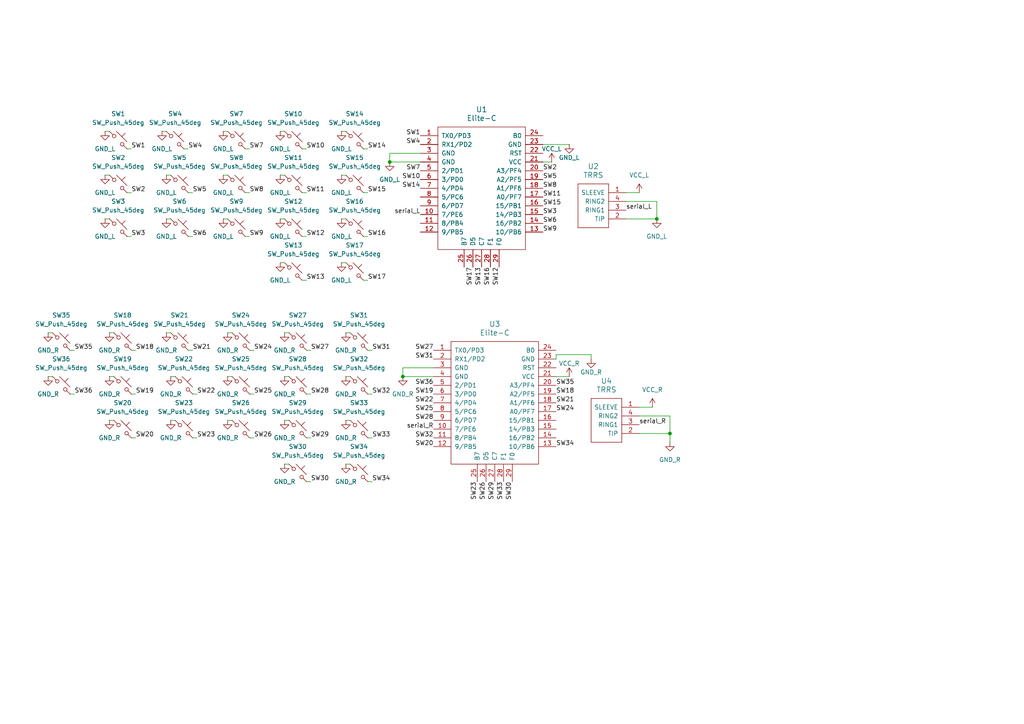
<source format=kicad_sch>
(kicad_sch
	(version 20231120)
	(generator "eeschema")
	(generator_version "8.0")
	(uuid "01b84e1c-8b7f-4e6b-87bd-1f84777e7c99")
	(paper "A4")
	(lib_symbols
		(symbol "Switch:SW_Push_45deg"
			(pin_numbers hide)
			(pin_names
				(offset 1.016) hide)
			(exclude_from_sim no)
			(in_bom yes)
			(on_board yes)
			(property "Reference" "SW"
				(at 3.048 1.016 0)
				(effects
					(font
						(size 1.27 1.27)
					)
					(justify left)
				)
			)
			(property "Value" "SW_Push_45deg"
				(at 0 -3.81 0)
				(effects
					(font
						(size 1.27 1.27)
					)
				)
			)
			(property "Footprint" ""
				(at 0 0 0)
				(effects
					(font
						(size 1.27 1.27)
					)
					(hide yes)
				)
			)
			(property "Datasheet" "~"
				(at 0 0 0)
				(effects
					(font
						(size 1.27 1.27)
					)
					(hide yes)
				)
			)
			(property "Description" "Push button switch, normally open, two pins, 45° tilted"
				(at 0 0 0)
				(effects
					(font
						(size 1.27 1.27)
					)
					(hide yes)
				)
			)
			(property "ki_keywords" "switch normally-open pushbutton push-button"
				(at 0 0 0)
				(effects
					(font
						(size 1.27 1.27)
					)
					(hide yes)
				)
			)
			(symbol "SW_Push_45deg_0_1"
				(circle
					(center -1.1684 1.1684)
					(radius 0.508)
					(stroke
						(width 0)
						(type default)
					)
					(fill
						(type none)
					)
				)
				(polyline
					(pts
						(xy -0.508 2.54) (xy 2.54 -0.508)
					)
					(stroke
						(width 0)
						(type default)
					)
					(fill
						(type none)
					)
				)
				(polyline
					(pts
						(xy 1.016 1.016) (xy 2.032 2.032)
					)
					(stroke
						(width 0)
						(type default)
					)
					(fill
						(type none)
					)
				)
				(polyline
					(pts
						(xy -2.54 2.54) (xy -1.524 1.524) (xy -1.524 1.524)
					)
					(stroke
						(width 0)
						(type default)
					)
					(fill
						(type none)
					)
				)
				(polyline
					(pts
						(xy 1.524 -1.524) (xy 2.54 -2.54) (xy 2.54 -2.54) (xy 2.54 -2.54)
					)
					(stroke
						(width 0)
						(type default)
					)
					(fill
						(type none)
					)
				)
				(circle
					(center 1.143 -1.1938)
					(radius 0.508)
					(stroke
						(width 0)
						(type default)
					)
					(fill
						(type none)
					)
				)
				(pin passive line
					(at -2.54 2.54 0)
					(length 0)
					(name "1"
						(effects
							(font
								(size 1.27 1.27)
							)
						)
					)
					(number "1"
						(effects
							(font
								(size 1.27 1.27)
							)
						)
					)
				)
				(pin passive line
					(at 2.54 -2.54 180)
					(length 0)
					(name "2"
						(effects
							(font
								(size 1.27 1.27)
							)
						)
					)
					(number "2"
						(effects
							(font
								(size 1.27 1.27)
							)
						)
					)
				)
			)
		)
		(symbol "keebio:Elite-C"
			(pin_names
				(offset 1.016)
			)
			(exclude_from_sim no)
			(in_bom yes)
			(on_board yes)
			(property "Reference" "U"
				(at 0 0 0)
				(effects
					(font
						(size 1.524 1.524)
					)
				)
			)
			(property "Value" "Elite-C"
				(at 0 2.54 0)
				(effects
					(font
						(size 1.524 1.524)
					)
				)
			)
			(property "Footprint" ""
				(at 26.67 -63.5 90)
				(effects
					(font
						(size 1.524 1.524)
					)
					(hide yes)
				)
			)
			(property "Datasheet" ""
				(at 26.67 -63.5 90)
				(effects
					(font
						(size 1.524 1.524)
					)
					(hide yes)
				)
			)
			(property "Description" ""
				(at 0 0 0)
				(effects
					(font
						(size 1.27 1.27)
					)
					(hide yes)
				)
			)
			(symbol "Elite-C_0_1"
				(rectangle
					(start 12.7 -19.05)
					(end -12.7 16.51)
					(stroke
						(width 0)
						(type solid)
					)
					(fill
						(type none)
					)
				)
			)
			(symbol "Elite-C_1_1"
				(pin input line
					(at -17.78 13.97 0)
					(length 5.08)
					(name "TX0/PD3"
						(effects
							(font
								(size 1.27 1.27)
							)
						)
					)
					(number "1"
						(effects
							(font
								(size 1.27 1.27)
							)
						)
					)
				)
				(pin input line
					(at -17.78 -8.89 0)
					(length 5.08)
					(name "7/PE6"
						(effects
							(font
								(size 1.27 1.27)
							)
						)
					)
					(number "10"
						(effects
							(font
								(size 1.27 1.27)
							)
						)
					)
				)
				(pin input line
					(at -17.78 -11.43 0)
					(length 5.08)
					(name "8/PB4"
						(effects
							(font
								(size 1.27 1.27)
							)
						)
					)
					(number "11"
						(effects
							(font
								(size 1.27 1.27)
							)
						)
					)
				)
				(pin input line
					(at -17.78 -13.97 0)
					(length 5.08)
					(name "9/PB5"
						(effects
							(font
								(size 1.27 1.27)
							)
						)
					)
					(number "12"
						(effects
							(font
								(size 1.27 1.27)
							)
						)
					)
				)
				(pin input line
					(at 17.78 -13.97 180)
					(length 5.08)
					(name "10/PB6"
						(effects
							(font
								(size 1.27 1.27)
							)
						)
					)
					(number "13"
						(effects
							(font
								(size 1.27 1.27)
							)
						)
					)
				)
				(pin input line
					(at 17.78 -11.43 180)
					(length 5.08)
					(name "16/PB2"
						(effects
							(font
								(size 1.27 1.27)
							)
						)
					)
					(number "14"
						(effects
							(font
								(size 1.27 1.27)
							)
						)
					)
				)
				(pin input line
					(at 17.78 -8.89 180)
					(length 5.08)
					(name "14/PB3"
						(effects
							(font
								(size 1.27 1.27)
							)
						)
					)
					(number "15"
						(effects
							(font
								(size 1.27 1.27)
							)
						)
					)
				)
				(pin input line
					(at 17.78 -6.35 180)
					(length 5.08)
					(name "15/PB1"
						(effects
							(font
								(size 1.27 1.27)
							)
						)
					)
					(number "16"
						(effects
							(font
								(size 1.27 1.27)
							)
						)
					)
				)
				(pin input line
					(at 17.78 -3.81 180)
					(length 5.08)
					(name "A0/PF7"
						(effects
							(font
								(size 1.27 1.27)
							)
						)
					)
					(number "17"
						(effects
							(font
								(size 1.27 1.27)
							)
						)
					)
				)
				(pin input line
					(at 17.78 -1.27 180)
					(length 5.08)
					(name "A1/PF6"
						(effects
							(font
								(size 1.27 1.27)
							)
						)
					)
					(number "18"
						(effects
							(font
								(size 1.27 1.27)
							)
						)
					)
				)
				(pin input line
					(at 17.78 1.27 180)
					(length 5.08)
					(name "A2/PF5"
						(effects
							(font
								(size 1.27 1.27)
							)
						)
					)
					(number "19"
						(effects
							(font
								(size 1.27 1.27)
							)
						)
					)
				)
				(pin input line
					(at -17.78 11.43 0)
					(length 5.08)
					(name "RX1/PD2"
						(effects
							(font
								(size 1.27 1.27)
							)
						)
					)
					(number "2"
						(effects
							(font
								(size 1.27 1.27)
							)
						)
					)
				)
				(pin input line
					(at 17.78 3.81 180)
					(length 5.08)
					(name "A3/PF4"
						(effects
							(font
								(size 1.27 1.27)
							)
						)
					)
					(number "20"
						(effects
							(font
								(size 1.27 1.27)
							)
						)
					)
				)
				(pin input line
					(at 17.78 6.35 180)
					(length 5.08)
					(name "VCC"
						(effects
							(font
								(size 1.27 1.27)
							)
						)
					)
					(number "21"
						(effects
							(font
								(size 1.27 1.27)
							)
						)
					)
				)
				(pin input line
					(at 17.78 8.89 180)
					(length 5.08)
					(name "RST"
						(effects
							(font
								(size 1.27 1.27)
							)
						)
					)
					(number "22"
						(effects
							(font
								(size 1.27 1.27)
							)
						)
					)
				)
				(pin input line
					(at 17.78 11.43 180)
					(length 5.08)
					(name "GND"
						(effects
							(font
								(size 1.27 1.27)
							)
						)
					)
					(number "23"
						(effects
							(font
								(size 1.27 1.27)
							)
						)
					)
				)
				(pin input line
					(at 17.78 13.97 180)
					(length 5.08)
					(name "B0"
						(effects
							(font
								(size 1.27 1.27)
							)
						)
					)
					(number "24"
						(effects
							(font
								(size 1.27 1.27)
							)
						)
					)
				)
				(pin input line
					(at -5.08 -24.13 90)
					(length 5.08)
					(name "B7"
						(effects
							(font
								(size 1.27 1.27)
							)
						)
					)
					(number "25"
						(effects
							(font
								(size 1.27 1.27)
							)
						)
					)
				)
				(pin input line
					(at -2.54 -24.13 90)
					(length 5.08)
					(name "D5"
						(effects
							(font
								(size 1.27 1.27)
							)
						)
					)
					(number "26"
						(effects
							(font
								(size 1.27 1.27)
							)
						)
					)
				)
				(pin input line
					(at 0 -24.13 90)
					(length 5.08)
					(name "C7"
						(effects
							(font
								(size 1.27 1.27)
							)
						)
					)
					(number "27"
						(effects
							(font
								(size 1.27 1.27)
							)
						)
					)
				)
				(pin input line
					(at 2.54 -24.13 90)
					(length 5.08)
					(name "F1"
						(effects
							(font
								(size 1.27 1.27)
							)
						)
					)
					(number "28"
						(effects
							(font
								(size 1.27 1.27)
							)
						)
					)
				)
				(pin input line
					(at 5.08 -24.13 90)
					(length 5.08)
					(name "F0"
						(effects
							(font
								(size 1.27 1.27)
							)
						)
					)
					(number "29"
						(effects
							(font
								(size 1.27 1.27)
							)
						)
					)
				)
				(pin input line
					(at -17.78 8.89 0)
					(length 5.08)
					(name "GND"
						(effects
							(font
								(size 1.27 1.27)
							)
						)
					)
					(number "3"
						(effects
							(font
								(size 1.27 1.27)
							)
						)
					)
				)
				(pin input line
					(at -17.78 6.35 0)
					(length 5.08)
					(name "GND"
						(effects
							(font
								(size 1.27 1.27)
							)
						)
					)
					(number "4"
						(effects
							(font
								(size 1.27 1.27)
							)
						)
					)
				)
				(pin input line
					(at -17.78 3.81 0)
					(length 5.08)
					(name "2/PD1"
						(effects
							(font
								(size 1.27 1.27)
							)
						)
					)
					(number "5"
						(effects
							(font
								(size 1.27 1.27)
							)
						)
					)
				)
				(pin input line
					(at -17.78 1.27 0)
					(length 5.08)
					(name "3/PD0"
						(effects
							(font
								(size 1.27 1.27)
							)
						)
					)
					(number "6"
						(effects
							(font
								(size 1.27 1.27)
							)
						)
					)
				)
				(pin input line
					(at -17.78 -1.27 0)
					(length 5.08)
					(name "4/PD4"
						(effects
							(font
								(size 1.27 1.27)
							)
						)
					)
					(number "7"
						(effects
							(font
								(size 1.27 1.27)
							)
						)
					)
				)
				(pin input line
					(at -17.78 -3.81 0)
					(length 5.08)
					(name "5/PC6"
						(effects
							(font
								(size 1.27 1.27)
							)
						)
					)
					(number "8"
						(effects
							(font
								(size 1.27 1.27)
							)
						)
					)
				)
				(pin input line
					(at -17.78 -6.35 0)
					(length 5.08)
					(name "6/PD7"
						(effects
							(font
								(size 1.27 1.27)
							)
						)
					)
					(number "9"
						(effects
							(font
								(size 1.27 1.27)
							)
						)
					)
				)
			)
		)
		(symbol "keebio:TRRS"
			(pin_names
				(offset 1.016)
			)
			(exclude_from_sim no)
			(in_bom yes)
			(on_board yes)
			(property "Reference" "U"
				(at 0 15.24 0)
				(effects
					(font
						(size 1.524 1.524)
					)
				)
			)
			(property "Value" "TRRS"
				(at 0 -2.54 0)
				(effects
					(font
						(size 1.524 1.524)
					)
				)
			)
			(property "Footprint" ""
				(at 3.81 0 0)
				(effects
					(font
						(size 1.524 1.524)
					)
					(hide yes)
				)
			)
			(property "Datasheet" ""
				(at 3.81 0 0)
				(effects
					(font
						(size 1.524 1.524)
					)
					(hide yes)
				)
			)
			(property "Description" ""
				(at 0 0 0)
				(effects
					(font
						(size 1.27 1.27)
					)
					(hide yes)
				)
			)
			(symbol "TRRS_0_1"
				(rectangle
					(start -3.81 0)
					(end -3.81 12.7)
					(stroke
						(width 0)
						(type solid)
					)
					(fill
						(type none)
					)
				)
				(rectangle
					(start -3.81 12.7)
					(end 5.08 12.7)
					(stroke
						(width 0)
						(type solid)
					)
					(fill
						(type none)
					)
				)
				(rectangle
					(start 5.08 0)
					(end -3.81 0)
					(stroke
						(width 0)
						(type solid)
					)
					(fill
						(type none)
					)
				)
				(rectangle
					(start 5.08 12.7)
					(end 5.08 0)
					(stroke
						(width 0)
						(type solid)
					)
					(fill
						(type none)
					)
				)
			)
			(symbol "TRRS_1_1"
				(pin input line
					(at -8.89 2.54 0)
					(length 5.08)
					(name "SLEEVE"
						(effects
							(font
								(size 1.27 1.27)
							)
						)
					)
					(number "1"
						(effects
							(font
								(size 1.27 1.27)
							)
						)
					)
				)
				(pin input line
					(at -8.89 10.16 0)
					(length 5.08)
					(name "TIP"
						(effects
							(font
								(size 1.27 1.27)
							)
						)
					)
					(number "2"
						(effects
							(font
								(size 1.27 1.27)
							)
						)
					)
				)
				(pin input line
					(at -8.89 7.62 0)
					(length 5.08)
					(name "RING1"
						(effects
							(font
								(size 1.27 1.27)
							)
						)
					)
					(number "3"
						(effects
							(font
								(size 1.27 1.27)
							)
						)
					)
				)
				(pin input line
					(at -8.89 5.08 0)
					(length 5.08)
					(name "RING2"
						(effects
							(font
								(size 1.27 1.27)
							)
						)
					)
					(number "4"
						(effects
							(font
								(size 1.27 1.27)
							)
						)
					)
				)
			)
		)
		(symbol "power:GND"
			(power)
			(pin_numbers hide)
			(pin_names
				(offset 0) hide)
			(exclude_from_sim no)
			(in_bom yes)
			(on_board yes)
			(property "Reference" "#PWR"
				(at 0 -6.35 0)
				(effects
					(font
						(size 1.27 1.27)
					)
					(hide yes)
				)
			)
			(property "Value" "GND"
				(at 0 -3.81 0)
				(effects
					(font
						(size 1.27 1.27)
					)
				)
			)
			(property "Footprint" ""
				(at 0 0 0)
				(effects
					(font
						(size 1.27 1.27)
					)
					(hide yes)
				)
			)
			(property "Datasheet" ""
				(at 0 0 0)
				(effects
					(font
						(size 1.27 1.27)
					)
					(hide yes)
				)
			)
			(property "Description" "Power symbol creates a global label with name \"GND\" , ground"
				(at 0 0 0)
				(effects
					(font
						(size 1.27 1.27)
					)
					(hide yes)
				)
			)
			(property "ki_keywords" "global power"
				(at 0 0 0)
				(effects
					(font
						(size 1.27 1.27)
					)
					(hide yes)
				)
			)
			(symbol "GND_0_1"
				(polyline
					(pts
						(xy 0 0) (xy 0 -1.27) (xy 1.27 -1.27) (xy 0 -2.54) (xy -1.27 -1.27) (xy 0 -1.27)
					)
					(stroke
						(width 0)
						(type default)
					)
					(fill
						(type none)
					)
				)
			)
			(symbol "GND_1_1"
				(pin power_in line
					(at 0 0 270)
					(length 0)
					(name "~"
						(effects
							(font
								(size 1.27 1.27)
							)
						)
					)
					(number "1"
						(effects
							(font
								(size 1.27 1.27)
							)
						)
					)
				)
			)
		)
		(symbol "power:VCC"
			(power)
			(pin_numbers hide)
			(pin_names
				(offset 0) hide)
			(exclude_from_sim no)
			(in_bom yes)
			(on_board yes)
			(property "Reference" "#PWR"
				(at 0 -3.81 0)
				(effects
					(font
						(size 1.27 1.27)
					)
					(hide yes)
				)
			)
			(property "Value" "VCC"
				(at 0 3.556 0)
				(effects
					(font
						(size 1.27 1.27)
					)
				)
			)
			(property "Footprint" ""
				(at 0 0 0)
				(effects
					(font
						(size 1.27 1.27)
					)
					(hide yes)
				)
			)
			(property "Datasheet" ""
				(at 0 0 0)
				(effects
					(font
						(size 1.27 1.27)
					)
					(hide yes)
				)
			)
			(property "Description" "Power symbol creates a global label with name \"VCC\""
				(at 0 0 0)
				(effects
					(font
						(size 1.27 1.27)
					)
					(hide yes)
				)
			)
			(property "ki_keywords" "global power"
				(at 0 0 0)
				(effects
					(font
						(size 1.27 1.27)
					)
					(hide yes)
				)
			)
			(symbol "VCC_0_1"
				(polyline
					(pts
						(xy -0.762 1.27) (xy 0 2.54)
					)
					(stroke
						(width 0)
						(type default)
					)
					(fill
						(type none)
					)
				)
				(polyline
					(pts
						(xy 0 0) (xy 0 2.54)
					)
					(stroke
						(width 0)
						(type default)
					)
					(fill
						(type none)
					)
				)
				(polyline
					(pts
						(xy 0 2.54) (xy 0.762 1.27)
					)
					(stroke
						(width 0)
						(type default)
					)
					(fill
						(type none)
					)
				)
			)
			(symbol "VCC_1_1"
				(pin power_in line
					(at 0 0 90)
					(length 0)
					(name "~"
						(effects
							(font
								(size 1.27 1.27)
							)
						)
					)
					(number "1"
						(effects
							(font
								(size 1.27 1.27)
							)
						)
					)
				)
			)
		)
	)
	(junction
		(at 116.84 109.22)
		(diameter 0)
		(color 0 0 0 0)
		(uuid "0a9a0fd8-cb15-4186-b002-0bb71603ff88")
	)
	(junction
		(at 194.31 125.73)
		(diameter 0)
		(color 0 0 0 0)
		(uuid "6035bcd5-615e-4062-8932-f3e8803274eb")
	)
	(junction
		(at 190.5 63.5)
		(diameter 0)
		(color 0 0 0 0)
		(uuid "9b741e97-c587-49f4-a036-79ac48d7a259")
	)
	(junction
		(at 113.03 46.99)
		(diameter 0)
		(color 0 0 0 0)
		(uuid "abaa4ebb-1a4a-4b1d-b30c-18eb0818b7dc")
	)
	(wire
		(pts
			(xy 48.26 96.52) (xy 49.53 96.52)
		)
		(stroke
			(width 0)
			(type default)
		)
		(uuid "0172c74e-0a2f-4cc0-a8ab-363468c8923d")
	)
	(wire
		(pts
			(xy 38.1 101.6) (xy 39.37 101.6)
		)
		(stroke
			(width 0)
			(type default)
		)
		(uuid "025d0ce9-4c4b-49be-aea5-09a9d1811112")
	)
	(wire
		(pts
			(xy 194.31 120.65) (xy 185.42 120.65)
		)
		(stroke
			(width 0)
			(type default)
		)
		(uuid "03b9b07a-ea81-446f-b958-46c5a7b4eb52")
	)
	(wire
		(pts
			(xy 82.55 109.22) (xy 83.82 109.22)
		)
		(stroke
			(width 0)
			(type default)
		)
		(uuid "058bffc0-8363-42ba-89b4-7ad008ce8eee")
	)
	(wire
		(pts
			(xy 64.77 38.1) (xy 66.04 38.1)
		)
		(stroke
			(width 0)
			(type default)
		)
		(uuid "06cdcbf6-0f18-4686-a227-988c7881ebd1")
	)
	(wire
		(pts
			(xy 13.97 109.22) (xy 15.24 109.22)
		)
		(stroke
			(width 0)
			(type default)
		)
		(uuid "06dbe1a9-c66d-4b20-bc12-ad763bf75744")
	)
	(wire
		(pts
			(xy 73.66 101.6) (xy 72.39 101.6)
		)
		(stroke
			(width 0)
			(type default)
		)
		(uuid "090f2596-118f-435d-b8a8-c61d04810a6f")
	)
	(wire
		(pts
			(xy 48.26 63.5) (xy 49.53 63.5)
		)
		(stroke
			(width 0)
			(type default)
		)
		(uuid "0939985b-cbc2-485b-85d0-43cfe8d6b2dc")
	)
	(wire
		(pts
			(xy 31.75 96.52) (xy 33.02 96.52)
		)
		(stroke
			(width 0)
			(type default)
		)
		(uuid "0b150bb2-dc1e-42d5-b455-afd77e346c6d")
	)
	(wire
		(pts
			(xy 161.29 109.22) (xy 165.1 109.22)
		)
		(stroke
			(width 0)
			(type default)
		)
		(uuid "0f264cb7-07a5-4610-8da6-520e8a309a0d")
	)
	(wire
		(pts
			(xy 90.17 127) (xy 88.9 127)
		)
		(stroke
			(width 0)
			(type default)
		)
		(uuid "112785d4-b9dd-4328-879f-7f19747c0d86")
	)
	(wire
		(pts
			(xy 49.53 109.22) (xy 50.8 109.22)
		)
		(stroke
			(width 0)
			(type default)
		)
		(uuid "14e096a0-6cf5-466f-a093-c3e5d0c24ab8")
	)
	(wire
		(pts
			(xy 30.48 50.8) (xy 31.75 50.8)
		)
		(stroke
			(width 0)
			(type default)
		)
		(uuid "1750942e-0e7d-4817-a910-a177809db721")
	)
	(wire
		(pts
			(xy 181.61 63.5) (xy 190.5 63.5)
		)
		(stroke
			(width 0)
			(type default)
		)
		(uuid "1971d2a3-ad4b-45ac-b71b-a829d7c78b7d")
	)
	(wire
		(pts
			(xy 107.95 101.6) (xy 106.68 101.6)
		)
		(stroke
			(width 0)
			(type default)
		)
		(uuid "1a3a0640-4ceb-495c-98e3-5694b6833092")
	)
	(wire
		(pts
			(xy 64.77 50.8) (xy 66.04 50.8)
		)
		(stroke
			(width 0)
			(type default)
		)
		(uuid "1b6ea09b-0d74-4b84-a9e1-52b2fcb0a9aa")
	)
	(wire
		(pts
			(xy 100.33 96.52) (xy 101.6 96.52)
		)
		(stroke
			(width 0)
			(type default)
		)
		(uuid "203edb50-020e-4b5f-a190-19f868c023c8")
	)
	(wire
		(pts
			(xy 72.39 68.58) (xy 71.12 68.58)
		)
		(stroke
			(width 0)
			(type default)
		)
		(uuid "23a6afbb-584d-4e20-9eb3-5cde5f4854f6")
	)
	(wire
		(pts
			(xy 107.95 139.7) (xy 106.68 139.7)
		)
		(stroke
			(width 0)
			(type default)
		)
		(uuid "24b0c359-6cd3-4d7e-b6bb-ea795208fd46")
	)
	(wire
		(pts
			(xy 57.15 114.3) (xy 55.88 114.3)
		)
		(stroke
			(width 0)
			(type default)
		)
		(uuid "2e7166c6-cf17-46c0-9899-89488e95c35d")
	)
	(wire
		(pts
			(xy 55.88 55.88) (xy 54.61 55.88)
		)
		(stroke
			(width 0)
			(type default)
		)
		(uuid "2f2dbbe7-c1b6-4b46-a99b-566da02c041a")
	)
	(wire
		(pts
			(xy 113.03 46.99) (xy 121.92 46.99)
		)
		(stroke
			(width 0)
			(type default)
		)
		(uuid "30783e30-81d4-450f-9a5a-3d14ceeac94b")
	)
	(wire
		(pts
			(xy 82.55 121.92) (xy 83.82 121.92)
		)
		(stroke
			(width 0)
			(type default)
		)
		(uuid "3610b736-3156-460c-9728-888ee62c9b0b")
	)
	(wire
		(pts
			(xy 185.42 125.73) (xy 194.31 125.73)
		)
		(stroke
			(width 0)
			(type default)
		)
		(uuid "373c776e-8574-4b5b-8c19-cab809f700d7")
	)
	(wire
		(pts
			(xy 21.59 114.3) (xy 20.32 114.3)
		)
		(stroke
			(width 0)
			(type default)
		)
		(uuid "38df7435-a1e8-49a8-a2f8-350b98fe326b")
	)
	(wire
		(pts
			(xy 116.84 109.22) (xy 125.73 109.22)
		)
		(stroke
			(width 0)
			(type default)
		)
		(uuid "3a8c3934-fca4-45c6-a6d2-4a5f4c8eec7f")
	)
	(wire
		(pts
			(xy 106.68 55.88) (xy 105.41 55.88)
		)
		(stroke
			(width 0)
			(type default)
		)
		(uuid "3cc841e8-3233-497f-82a3-8e6e2302be81")
	)
	(wire
		(pts
			(xy 181.61 55.88) (xy 185.42 55.88)
		)
		(stroke
			(width 0)
			(type default)
		)
		(uuid "3e65c02b-83ab-43a8-9eda-b802173588a8")
	)
	(wire
		(pts
			(xy 106.68 68.58) (xy 105.41 68.58)
		)
		(stroke
			(width 0)
			(type default)
		)
		(uuid "44e81110-97c1-4c4e-b60f-999646c61d17")
	)
	(wire
		(pts
			(xy 90.17 139.7) (xy 88.9 139.7)
		)
		(stroke
			(width 0)
			(type default)
		)
		(uuid "4e2c74d9-a053-4888-999a-042bd44e886e")
	)
	(wire
		(pts
			(xy 64.77 63.5) (xy 66.04 63.5)
		)
		(stroke
			(width 0)
			(type default)
		)
		(uuid "508b4007-15a7-4a25-9b62-b554389a84fd")
	)
	(wire
		(pts
			(xy 72.39 55.88) (xy 71.12 55.88)
		)
		(stroke
			(width 0)
			(type default)
		)
		(uuid "50dc1f39-ce29-442b-8838-526ed7a30392")
	)
	(wire
		(pts
			(xy 39.37 114.3) (xy 38.1 114.3)
		)
		(stroke
			(width 0)
			(type default)
		)
		(uuid "559db7a4-5de1-4a94-b451-9e3f25e4859a")
	)
	(wire
		(pts
			(xy 125.73 106.68) (xy 116.84 106.68)
		)
		(stroke
			(width 0)
			(type default)
		)
		(uuid "571c5a8e-2d35-43c6-9728-e4e4631d1258")
	)
	(wire
		(pts
			(xy 66.04 121.92) (xy 67.31 121.92)
		)
		(stroke
			(width 0)
			(type default)
		)
		(uuid "573f5492-ba51-431a-8415-579919068d54")
	)
	(wire
		(pts
			(xy 107.95 127) (xy 106.68 127)
		)
		(stroke
			(width 0)
			(type default)
		)
		(uuid "58628082-0347-4b90-b711-0b11a839ea66")
	)
	(wire
		(pts
			(xy 81.28 76.2) (xy 82.55 76.2)
		)
		(stroke
			(width 0)
			(type default)
		)
		(uuid "5b99f9ef-f46f-43b3-a524-ec9b0dc0b11b")
	)
	(wire
		(pts
			(xy 107.95 114.3) (xy 106.68 114.3)
		)
		(stroke
			(width 0)
			(type default)
		)
		(uuid "5d6915ff-d8ea-4eca-b920-daf32f9efd48")
	)
	(wire
		(pts
			(xy 72.39 43.18) (xy 71.12 43.18)
		)
		(stroke
			(width 0)
			(type default)
		)
		(uuid "5ed4d047-ac79-4003-9001-b4460ecef480")
	)
	(wire
		(pts
			(xy 73.66 127) (xy 72.39 127)
		)
		(stroke
			(width 0)
			(type default)
		)
		(uuid "63253ff8-882e-48ce-b470-b5d05aa2c76c")
	)
	(wire
		(pts
			(xy 46.99 38.1) (xy 48.26 38.1)
		)
		(stroke
			(width 0)
			(type default)
		)
		(uuid "677d253e-4f05-420e-9a31-de18dc207ead")
	)
	(wire
		(pts
			(xy 116.84 106.68) (xy 116.84 109.22)
		)
		(stroke
			(width 0)
			(type default)
		)
		(uuid "6a6eb8a9-11ff-41e0-91fc-7c7fbf29940d")
	)
	(wire
		(pts
			(xy 57.15 127) (xy 55.88 127)
		)
		(stroke
			(width 0)
			(type default)
		)
		(uuid "6bc6c81d-874c-448b-bd6d-0e93ab34e361")
	)
	(wire
		(pts
			(xy 100.33 134.62) (xy 101.6 134.62)
		)
		(stroke
			(width 0)
			(type default)
		)
		(uuid "6c0fddcc-f4b1-432d-9b2d-6fd4bd0edda9")
	)
	(wire
		(pts
			(xy 194.31 125.73) (xy 194.31 120.65)
		)
		(stroke
			(width 0)
			(type default)
		)
		(uuid "726531f4-8497-4ee9-8211-b7ff568b7a30")
	)
	(wire
		(pts
			(xy 194.31 128.27) (xy 194.31 125.73)
		)
		(stroke
			(width 0)
			(type default)
		)
		(uuid "789226a8-ef0f-4857-9d84-730b708b061b")
	)
	(wire
		(pts
			(xy 38.1 68.58) (xy 36.83 68.58)
		)
		(stroke
			(width 0)
			(type default)
		)
		(uuid "79925e58-12c8-4e79-b6f7-b6f6b3a614a8")
	)
	(wire
		(pts
			(xy 171.45 102.87) (xy 171.45 104.14)
		)
		(stroke
			(width 0)
			(type default)
		)
		(uuid "79aedacc-6f2c-4b3e-bedd-f160e3d5ef16")
	)
	(wire
		(pts
			(xy 49.53 121.92) (xy 50.8 121.92)
		)
		(stroke
			(width 0)
			(type default)
		)
		(uuid "80e18066-f3cc-44b4-bcf9-85fad02ef40c")
	)
	(wire
		(pts
			(xy 81.28 63.5) (xy 82.55 63.5)
		)
		(stroke
			(width 0)
			(type default)
		)
		(uuid "81b3ac5c-6ec7-4a72-8276-87d07d08e8d0")
	)
	(wire
		(pts
			(xy 39.37 127) (xy 38.1 127)
		)
		(stroke
			(width 0)
			(type default)
		)
		(uuid "82c3b4ae-a38d-4351-9841-8e3eb8476b21")
	)
	(wire
		(pts
			(xy 48.26 50.8) (xy 49.53 50.8)
		)
		(stroke
			(width 0)
			(type default)
		)
		(uuid "83dc9c34-b693-4449-9d1f-a34a427205c4")
	)
	(wire
		(pts
			(xy 55.88 68.58) (xy 54.61 68.58)
		)
		(stroke
			(width 0)
			(type default)
		)
		(uuid "85514b34-980f-4178-af5a-df29a7b3f0b1")
	)
	(wire
		(pts
			(xy 190.5 58.42) (xy 181.61 58.42)
		)
		(stroke
			(width 0)
			(type default)
		)
		(uuid "85965e85-e7fc-4533-9299-df82e23700e1")
	)
	(wire
		(pts
			(xy 82.55 134.62) (xy 83.82 134.62)
		)
		(stroke
			(width 0)
			(type default)
		)
		(uuid "87fb0583-372c-4c4b-888a-430a804e6243")
	)
	(wire
		(pts
			(xy 190.5 63.5) (xy 190.5 58.42)
		)
		(stroke
			(width 0)
			(type default)
		)
		(uuid "8ae6b888-3def-42d1-8dc3-e1a285db6e1e")
	)
	(wire
		(pts
			(xy 185.42 118.11) (xy 189.23 118.11)
		)
		(stroke
			(width 0)
			(type default)
		)
		(uuid "9cac5091-7a2d-46b8-a3e2-43f092f86a01")
	)
	(wire
		(pts
			(xy 82.55 96.52) (xy 83.82 96.52)
		)
		(stroke
			(width 0)
			(type default)
		)
		(uuid "a0b82274-0294-4840-b1bd-3baaed0a2188")
	)
	(wire
		(pts
			(xy 38.1 55.88) (xy 36.83 55.88)
		)
		(stroke
			(width 0)
			(type default)
		)
		(uuid "a0d84919-b555-4faf-a572-5586764d6e7e")
	)
	(wire
		(pts
			(xy 100.33 109.22) (xy 101.6 109.22)
		)
		(stroke
			(width 0)
			(type default)
		)
		(uuid "a4534d2f-7006-4922-8d7b-3fe2c16f7c55")
	)
	(wire
		(pts
			(xy 31.75 109.22) (xy 33.02 109.22)
		)
		(stroke
			(width 0)
			(type default)
		)
		(uuid "a577d03a-206b-4231-88ad-ec081517ec47")
	)
	(wire
		(pts
			(xy 99.06 50.8) (xy 100.33 50.8)
		)
		(stroke
			(width 0)
			(type default)
		)
		(uuid "a837d7e9-9b08-4b2e-a18d-e2f1e806fd80")
	)
	(wire
		(pts
			(xy 81.28 38.1) (xy 82.55 38.1)
		)
		(stroke
			(width 0)
			(type default)
		)
		(uuid "a91acc20-cf86-4397-8969-5587da41416d")
	)
	(wire
		(pts
			(xy 88.9 43.18) (xy 87.63 43.18)
		)
		(stroke
			(width 0)
			(type default)
		)
		(uuid "a9f85eca-f940-41df-8749-cf9b5803bcb6")
	)
	(wire
		(pts
			(xy 90.17 114.3) (xy 88.9 114.3)
		)
		(stroke
			(width 0)
			(type default)
		)
		(uuid "ac7ebc94-a914-4c36-88aa-ed44734b0a43")
	)
	(wire
		(pts
			(xy 54.61 43.18) (xy 53.34 43.18)
		)
		(stroke
			(width 0)
			(type default)
		)
		(uuid "adcabf31-d8f5-4210-805d-a53be5580c80")
	)
	(wire
		(pts
			(xy 73.66 114.3) (xy 72.39 114.3)
		)
		(stroke
			(width 0)
			(type default)
		)
		(uuid "b1c05b4a-1b1c-4aef-b4a7-2cb5dc9919d6")
	)
	(wire
		(pts
			(xy 30.48 63.5) (xy 31.75 63.5)
		)
		(stroke
			(width 0)
			(type default)
		)
		(uuid "b432f0ee-f5e5-4cff-a611-e7e34b3030c2")
	)
	(wire
		(pts
			(xy 106.68 43.18) (xy 105.41 43.18)
		)
		(stroke
			(width 0)
			(type default)
		)
		(uuid "bab32be0-d9ca-46c8-8305-5a5e5aeaec5b")
	)
	(wire
		(pts
			(xy 90.17 101.6) (xy 88.9 101.6)
		)
		(stroke
			(width 0)
			(type default)
		)
		(uuid "c000a6bd-49f0-47f3-87ee-ad610ba56d96")
	)
	(wire
		(pts
			(xy 106.68 81.28) (xy 105.41 81.28)
		)
		(stroke
			(width 0)
			(type default)
		)
		(uuid "c158ac85-54be-4359-955a-7578c3bd0f63")
	)
	(wire
		(pts
			(xy 99.06 63.5) (xy 100.33 63.5)
		)
		(stroke
			(width 0)
			(type default)
		)
		(uuid "c3301219-f347-4be6-b3df-ef0f3aee85aa")
	)
	(wire
		(pts
			(xy 99.06 38.1) (xy 100.33 38.1)
		)
		(stroke
			(width 0)
			(type default)
		)
		(uuid "c4f07954-dc82-482c-ab06-0dc7f010993f")
	)
	(wire
		(pts
			(xy 21.59 101.6) (xy 20.32 101.6)
		)
		(stroke
			(width 0)
			(type default)
		)
		(uuid "cc78c6f3-a832-4cee-8efb-6d752e381dac")
	)
	(wire
		(pts
			(xy 88.9 55.88) (xy 87.63 55.88)
		)
		(stroke
			(width 0)
			(type default)
		)
		(uuid "cce3e202-4ac0-4561-98ad-409c5eab8f5d")
	)
	(wire
		(pts
			(xy 66.04 96.52) (xy 67.31 96.52)
		)
		(stroke
			(width 0)
			(type default)
		)
		(uuid "d13569b4-e411-48cd-a37a-90688911b996")
	)
	(wire
		(pts
			(xy 161.29 102.87) (xy 161.29 104.14)
		)
		(stroke
			(width 0)
			(type default)
		)
		(uuid "d68ce552-d096-4616-87d7-d5172d41c6eb")
	)
	(wire
		(pts
			(xy 30.48 38.1) (xy 31.75 38.1)
		)
		(stroke
			(width 0)
			(type default)
		)
		(uuid "d6b2e10c-376a-4174-8eab-600760861b01")
	)
	(wire
		(pts
			(xy 88.9 81.28) (xy 87.63 81.28)
		)
		(stroke
			(width 0)
			(type default)
		)
		(uuid "dbc33bfd-8315-4c6f-b864-808632671c7d")
	)
	(wire
		(pts
			(xy 81.28 50.8) (xy 82.55 50.8)
		)
		(stroke
			(width 0)
			(type default)
		)
		(uuid "dbc641b3-065e-4042-bd94-a75fc1493a40")
	)
	(wire
		(pts
			(xy 100.33 121.92) (xy 101.6 121.92)
		)
		(stroke
			(width 0)
			(type default)
		)
		(uuid "dde5ecdf-4a92-48c0-bc5e-05a8c80c9a51")
	)
	(wire
		(pts
			(xy 121.92 44.45) (xy 113.03 44.45)
		)
		(stroke
			(width 0)
			(type default)
		)
		(uuid "e1cb29a1-605e-4504-ad3c-b0fe37955a24")
	)
	(wire
		(pts
			(xy 55.88 101.6) (xy 54.61 101.6)
		)
		(stroke
			(width 0)
			(type default)
		)
		(uuid "ecb9eac4-cedc-4913-bacf-6984a2f119c6")
	)
	(wire
		(pts
			(xy 157.48 41.91) (xy 165.1 41.91)
		)
		(stroke
			(width 0)
			(type default)
		)
		(uuid "efee048c-ff87-4afe-bca9-b09ad60fc44a")
	)
	(wire
		(pts
			(xy 113.03 44.45) (xy 113.03 46.99)
		)
		(stroke
			(width 0)
			(type default)
		)
		(uuid "f497b273-6838-4145-9566-7ae9747f2242")
	)
	(wire
		(pts
			(xy 13.97 96.52) (xy 15.24 96.52)
		)
		(stroke
			(width 0)
			(type default)
		)
		(uuid "f4b07acb-a66c-43d8-8cd8-dec68b4abf7f")
	)
	(wire
		(pts
			(xy 31.75 121.92) (xy 33.02 121.92)
		)
		(stroke
			(width 0)
			(type default)
		)
		(uuid "f4cd0c8c-1b89-4ddf-8d3f-1cc9fe153e67")
	)
	(wire
		(pts
			(xy 66.04 109.22) (xy 67.31 109.22)
		)
		(stroke
			(width 0)
			(type default)
		)
		(uuid "f550a664-1dcd-44cc-8613-d38c3f4a193a")
	)
	(wire
		(pts
			(xy 157.48 46.99) (xy 160.02 46.99)
		)
		(stroke
			(width 0)
			(type default)
		)
		(uuid "f612919f-29bd-4ea1-9728-519759322c5b")
	)
	(wire
		(pts
			(xy 88.9 68.58) (xy 87.63 68.58)
		)
		(stroke
			(width 0)
			(type default)
		)
		(uuid "f8c5a7ae-f0c9-4081-a482-83c3a321c5d3")
	)
	(wire
		(pts
			(xy 99.06 76.2) (xy 100.33 76.2)
		)
		(stroke
			(width 0)
			(type default)
		)
		(uuid "f98e7db1-d7bb-402d-b929-7ae0c61639a7")
	)
	(wire
		(pts
			(xy 36.83 43.18) (xy 38.1 43.18)
		)
		(stroke
			(width 0)
			(type default)
		)
		(uuid "fd6552b5-5807-4bbe-95ab-3f61dc2674d0")
	)
	(wire
		(pts
			(xy 161.29 102.87) (xy 171.45 102.87)
		)
		(stroke
			(width 0)
			(type default)
		)
		(uuid "ff8942af-367c-48f7-971c-886484b26821")
	)
	(label "SW21"
		(at 55.88 101.6 0)
		(fields_autoplaced yes)
		(effects
			(font
				(size 1.27 1.27)
			)
			(justify left bottom)
		)
		(uuid "038c1186-8af7-45fb-aa1a-6e64e0236da5")
	)
	(label "SW31"
		(at 107.95 101.6 0)
		(fields_autoplaced yes)
		(effects
			(font
				(size 1.27 1.27)
			)
			(justify left bottom)
		)
		(uuid "04d281b8-eb21-4946-8595-45cf0596c997")
	)
	(label "SW1"
		(at 121.92 39.37 180)
		(fields_autoplaced yes)
		(effects
			(font
				(size 1.27 1.27)
			)
			(justify right bottom)
		)
		(uuid "054fae9f-b5b4-4c2a-b8d7-b7d36c6e1463")
	)
	(label "SW28"
		(at 90.17 114.3 0)
		(fields_autoplaced yes)
		(effects
			(font
				(size 1.27 1.27)
			)
			(justify left bottom)
		)
		(uuid "0b269c41-720f-499c-a013-9463ad2ad024")
	)
	(label "SW3"
		(at 38.1 68.58 0)
		(fields_autoplaced yes)
		(effects
			(font
				(size 1.27 1.27)
			)
			(justify left bottom)
		)
		(uuid "11d30a84-cf40-4371-9c69-668390013f82")
	)
	(label "SW7"
		(at 72.39 43.18 0)
		(fields_autoplaced yes)
		(effects
			(font
				(size 1.27 1.27)
			)
			(justify left bottom)
		)
		(uuid "14ce0e48-4dc7-4fc2-8753-28d4014f73a5")
	)
	(label "SW12"
		(at 88.9 68.58 0)
		(fields_autoplaced yes)
		(effects
			(font
				(size 1.27 1.27)
			)
			(justify left bottom)
		)
		(uuid "176ad80e-0ead-4aac-87f2-39e7e30f1b3b")
	)
	(label "SW17"
		(at 137.16 77.47 270)
		(fields_autoplaced yes)
		(effects
			(font
				(size 1.27 1.27)
			)
			(justify right bottom)
		)
		(uuid "195e5fd2-83a3-41dd-ad6c-75eb1d43a270")
	)
	(label "serial_R"
		(at 185.42 123.19 0)
		(fields_autoplaced yes)
		(effects
			(font
				(size 1.27 1.27)
			)
			(justify left bottom)
		)
		(uuid "1c7370a3-3ed4-4c05-9cc6-dcb6aad75717")
	)
	(label "SW4"
		(at 54.61 43.18 0)
		(fields_autoplaced yes)
		(effects
			(font
				(size 1.27 1.27)
			)
			(justify left bottom)
		)
		(uuid "1e168dfe-0acd-4b0c-b5ef-3c176cb54069")
	)
	(label "SW8"
		(at 157.48 54.61 0)
		(fields_autoplaced yes)
		(effects
			(font
				(size 1.27 1.27)
			)
			(justify left bottom)
		)
		(uuid "1f5f7b12-7306-4a64-a139-44ffa3db1faf")
	)
	(label "SW1"
		(at 38.1 43.18 0)
		(fields_autoplaced yes)
		(effects
			(font
				(size 1.27 1.27)
			)
			(justify left bottom)
		)
		(uuid "1fad8b75-7db5-4c42-ba8c-422c4d843349")
	)
	(label "SW26"
		(at 73.66 127 0)
		(fields_autoplaced yes)
		(effects
			(font
				(size 1.27 1.27)
			)
			(justify left bottom)
		)
		(uuid "21ecce77-19cd-48cd-a435-2513d2d10e8b")
	)
	(label "SW24"
		(at 73.66 101.6 0)
		(fields_autoplaced yes)
		(effects
			(font
				(size 1.27 1.27)
			)
			(justify left bottom)
		)
		(uuid "2dde72dc-0e15-4e91-ae3c-71296a0efd83")
	)
	(label "SW13"
		(at 88.9 81.28 0)
		(fields_autoplaced yes)
		(effects
			(font
				(size 1.27 1.27)
			)
			(justify left bottom)
		)
		(uuid "2f6aa7c0-cf74-48d1-91c3-546362b79f70")
	)
	(label "serial_R"
		(at 125.73 124.46 180)
		(fields_autoplaced yes)
		(effects
			(font
				(size 1.27 1.27)
			)
			(justify right bottom)
		)
		(uuid "31114238-4cf1-420f-b2cb-1c99d91ce364")
	)
	(label "SW15"
		(at 106.68 55.88 0)
		(fields_autoplaced yes)
		(effects
			(font
				(size 1.27 1.27)
			)
			(justify left bottom)
		)
		(uuid "34c11db6-389e-462c-900a-6104123b4809")
	)
	(label "SW24"
		(at 161.29 119.38 0)
		(fields_autoplaced yes)
		(effects
			(font
				(size 1.27 1.27)
			)
			(justify left bottom)
		)
		(uuid "3609b8dc-9967-423c-acf6-392404133f8b")
	)
	(label "SW21"
		(at 161.29 116.84 0)
		(fields_autoplaced yes)
		(effects
			(font
				(size 1.27 1.27)
			)
			(justify left bottom)
		)
		(uuid "37dff714-e90a-4971-807f-a2bbef1da280")
	)
	(label "SW25"
		(at 73.66 114.3 0)
		(fields_autoplaced yes)
		(effects
			(font
				(size 1.27 1.27)
			)
			(justify left bottom)
		)
		(uuid "3944f250-0a6d-4588-8ba0-324301166598")
	)
	(label "SW32"
		(at 107.95 114.3 0)
		(fields_autoplaced yes)
		(effects
			(font
				(size 1.27 1.27)
			)
			(justify left bottom)
		)
		(uuid "48a6acb8-fc13-49db-b8da-c9c5becfcbac")
	)
	(label "SW34"
		(at 161.29 129.54 0)
		(fields_autoplaced yes)
		(effects
			(font
				(size 1.27 1.27)
			)
			(justify left bottom)
		)
		(uuid "49dd5602-8c56-42d5-9fc2-426b6e40f0c9")
	)
	(label "SW6"
		(at 55.88 68.58 0)
		(fields_autoplaced yes)
		(effects
			(font
				(size 1.27 1.27)
			)
			(justify left bottom)
		)
		(uuid "4dda72a3-ee08-4dab-b2b2-2b8ef013de64")
	)
	(label "SW18"
		(at 161.29 114.3 0)
		(fields_autoplaced yes)
		(effects
			(font
				(size 1.27 1.27)
			)
			(justify left bottom)
		)
		(uuid "518a5baf-d7af-41d8-978b-80039bacbbdf")
	)
	(label "SW23"
		(at 57.15 127 0)
		(fields_autoplaced yes)
		(effects
			(font
				(size 1.27 1.27)
			)
			(justify left bottom)
		)
		(uuid "53d8607e-fd9f-4860-99f7-8b5368726a88")
	)
	(label "SW34"
		(at 107.95 139.7 0)
		(fields_autoplaced yes)
		(effects
			(font
				(size 1.27 1.27)
			)
			(justify left bottom)
		)
		(uuid "5e4be483-d748-44f3-afbf-e21f25be2458")
	)
	(label "SW12"
		(at 144.78 77.47 270)
		(fields_autoplaced yes)
		(effects
			(font
				(size 1.27 1.27)
			)
			(justify right bottom)
		)
		(uuid "6180fac0-f65b-4f83-9a8c-f22afa36c491")
	)
	(label "SW18"
		(at 39.37 101.6 0)
		(fields_autoplaced yes)
		(effects
			(font
				(size 1.27 1.27)
			)
			(justify left bottom)
		)
		(uuid "6d253c9d-b50d-45a2-8a0e-05b2e74d04d5")
	)
	(label "SW16"
		(at 106.68 68.58 0)
		(fields_autoplaced yes)
		(effects
			(font
				(size 1.27 1.27)
			)
			(justify left bottom)
		)
		(uuid "71bcbe87-dd56-4c29-92ee-cded5a353046")
	)
	(label "SW19"
		(at 39.37 114.3 0)
		(fields_autoplaced yes)
		(effects
			(font
				(size 1.27 1.27)
			)
			(justify left bottom)
		)
		(uuid "728236b2-02d1-4b48-9002-2538cb4c63fa")
	)
	(label "serial_L"
		(at 121.92 62.23 180)
		(fields_autoplaced yes)
		(effects
			(font
				(size 1.27 1.27)
			)
			(justify right bottom)
		)
		(uuid "77957922-8200-4176-b245-1a179db5ca6d")
	)
	(label "SW19"
		(at 125.73 114.3 180)
		(fields_autoplaced yes)
		(effects
			(font
				(size 1.27 1.27)
			)
			(justify right bottom)
		)
		(uuid "77cbcb85-2d99-4fad-a6b5-ad06ac835999")
	)
	(label "SW29"
		(at 90.17 127 0)
		(fields_autoplaced yes)
		(effects
			(font
				(size 1.27 1.27)
			)
			(justify left bottom)
		)
		(uuid "7901eefc-d8fd-4015-8720-1a80a3e0aa9b")
	)
	(label "SW36"
		(at 21.59 114.3 0)
		(fields_autoplaced yes)
		(effects
			(font
				(size 1.27 1.27)
			)
			(justify left bottom)
		)
		(uuid "7a0e6cea-127c-48eb-a536-fc7d1b70a6bf")
	)
	(label "SW10"
		(at 121.92 52.07 180)
		(fields_autoplaced yes)
		(effects
			(font
				(size 1.27 1.27)
			)
			(justify right bottom)
		)
		(uuid "7b0ccb56-769a-47f1-a37a-4c1f05a48355")
	)
	(label "SW36"
		(at 125.73 111.76 180)
		(fields_autoplaced yes)
		(effects
			(font
				(size 1.27 1.27)
			)
			(justify right bottom)
		)
		(uuid "7f965768-e728-49bb-8d74-1247689b6abb")
	)
	(label "SW2"
		(at 157.48 49.53 0)
		(fields_autoplaced yes)
		(effects
			(font
				(size 1.27 1.27)
			)
			(justify left bottom)
		)
		(uuid "8021b969-2e67-451a-b2ff-c46776d62db6")
	)
	(label "SW6"
		(at 157.48 64.77 0)
		(fields_autoplaced yes)
		(effects
			(font
				(size 1.27 1.27)
			)
			(justify left bottom)
		)
		(uuid "80cb96ad-c03a-433f-9ed8-9b139e0fb566")
	)
	(label "SW23"
		(at 138.43 139.7 270)
		(fields_autoplaced yes)
		(effects
			(font
				(size 1.27 1.27)
			)
			(justify right bottom)
		)
		(uuid "8316062c-9300-4a17-a50c-f7df1f1ad7e5")
	)
	(label "SW33"
		(at 107.95 127 0)
		(fields_autoplaced yes)
		(effects
			(font
				(size 1.27 1.27)
			)
			(justify left bottom)
		)
		(uuid "88aef7f3-a399-49b5-bc4d-46e3c7ce744c")
	)
	(label "SW28"
		(at 125.73 121.92 180)
		(fields_autoplaced yes)
		(effects
			(font
				(size 1.27 1.27)
			)
			(justify right bottom)
		)
		(uuid "8b64c8a4-66db-4244-bb94-fbb21acfaacc")
	)
	(label "SW10"
		(at 88.9 43.18 0)
		(fields_autoplaced yes)
		(effects
			(font
				(size 1.27 1.27)
			)
			(justify left bottom)
		)
		(uuid "8dc1e67c-46bb-48ca-bd37-56c0a71d03f5")
	)
	(label "SW7"
		(at 121.92 49.53 180)
		(fields_autoplaced yes)
		(effects
			(font
				(size 1.27 1.27)
			)
			(justify right bottom)
		)
		(uuid "91ec1a62-4e4f-4db5-95ee-551a1559d20a")
	)
	(label "SW33"
		(at 146.05 139.7 270)
		(fields_autoplaced yes)
		(effects
			(font
				(size 1.27 1.27)
			)
			(justify right bottom)
		)
		(uuid "947e9f09-8c44-4733-919d-54914f884af4")
	)
	(label "SW14"
		(at 121.92 54.61 180)
		(fields_autoplaced yes)
		(effects
			(font
				(size 1.27 1.27)
			)
			(justify right bottom)
		)
		(uuid "97ccb318-3438-41c3-bebe-1c4524e57163")
	)
	(label "SW20"
		(at 125.73 129.54 180)
		(fields_autoplaced yes)
		(effects
			(font
				(size 1.27 1.27)
			)
			(justify right bottom)
		)
		(uuid "99910e4f-8d9c-4324-8c39-f85eaf1415b1")
	)
	(label "serial_L"
		(at 181.61 60.96 0)
		(fields_autoplaced yes)
		(effects
			(font
				(size 1.27 1.27)
			)
			(justify left bottom)
		)
		(uuid "9f569c39-297d-4eaa-aa13-2719323d7e2c")
	)
	(label "SW5"
		(at 55.88 55.88 0)
		(fields_autoplaced yes)
		(effects
			(font
				(size 1.27 1.27)
			)
			(justify left bottom)
		)
		(uuid "a537d39a-2495-463a-9bdf-55121647c1b3")
	)
	(label "SW32"
		(at 125.73 127 180)
		(fields_autoplaced yes)
		(effects
			(font
				(size 1.27 1.27)
			)
			(justify right bottom)
		)
		(uuid "a569f2e6-f31b-483b-a37c-2afb24fc6d57")
	)
	(label "SW35"
		(at 161.29 111.76 0)
		(fields_autoplaced yes)
		(effects
			(font
				(size 1.27 1.27)
			)
			(justify left bottom)
		)
		(uuid "a7324b99-50ec-4508-bb8a-039152f52634")
	)
	(label "SW27"
		(at 125.73 101.6 180)
		(fields_autoplaced yes)
		(effects
			(font
				(size 1.27 1.27)
			)
			(justify right bottom)
		)
		(uuid "a7473f77-aa14-4cbd-a9c7-d88afdc43f65")
	)
	(label "SW35"
		(at 21.59 101.6 0)
		(fields_autoplaced yes)
		(effects
			(font
				(size 1.27 1.27)
			)
			(justify left bottom)
		)
		(uuid "ab39cab4-ef4a-4a7a-b98e-3351e88aaff1")
	)
	(label "SW26"
		(at 140.97 139.7 270)
		(fields_autoplaced yes)
		(effects
			(font
				(size 1.27 1.27)
			)
			(justify right bottom)
		)
		(uuid "abb67db7-7cfa-4222-8a51-6c976d68294d")
	)
	(label "SW9"
		(at 157.48 67.31 0)
		(fields_autoplaced yes)
		(effects
			(font
				(size 1.27 1.27)
			)
			(justify left bottom)
		)
		(uuid "bb9a6c34-0193-4264-b10e-36a35ea4391d")
	)
	(label "SW14"
		(at 106.68 43.18 0)
		(fields_autoplaced yes)
		(effects
			(font
				(size 1.27 1.27)
			)
			(justify left bottom)
		)
		(uuid "bc2679d2-9552-4b32-966c-5a8d16a7616c")
	)
	(label "SW30"
		(at 148.59 139.7 270)
		(fields_autoplaced yes)
		(effects
			(font
				(size 1.27 1.27)
			)
			(justify right bottom)
		)
		(uuid "c00e75c6-2bf8-429d-931c-b194987e64ca")
	)
	(label "SW22"
		(at 57.15 114.3 0)
		(fields_autoplaced yes)
		(effects
			(font
				(size 1.27 1.27)
			)
			(justify left bottom)
		)
		(uuid "c7ae2380-c320-4aeb-8e9a-25911b80c441")
	)
	(label "SW31"
		(at 125.73 104.14 180)
		(fields_autoplaced yes)
		(effects
			(font
				(size 1.27 1.27)
			)
			(justify right bottom)
		)
		(uuid "caee0a2d-9571-4620-af4b-4d6e4ae30af4")
	)
	(label "SW25"
		(at 125.73 119.38 180)
		(fields_autoplaced yes)
		(effects
			(font
				(size 1.27 1.27)
			)
			(justify right bottom)
		)
		(uuid "cc9088c4-9b9a-4630-90b0-b5f0695aa4f3")
	)
	(label "SW17"
		(at 106.68 81.28 0)
		(fields_autoplaced yes)
		(effects
			(font
				(size 1.27 1.27)
			)
			(justify left bottom)
		)
		(uuid "cedbc1fe-f001-40fb-95f7-851d4b83dd15")
	)
	(label "SW11"
		(at 88.9 55.88 0)
		(fields_autoplaced yes)
		(effects
			(font
				(size 1.27 1.27)
			)
			(justify left bottom)
		)
		(uuid "d31e9ef5-1251-48a4-872a-1a8021ef6bf6")
	)
	(label "SW4"
		(at 121.92 41.91 180)
		(fields_autoplaced yes)
		(effects
			(font
				(size 1.27 1.27)
			)
			(justify right bottom)
		)
		(uuid "d6014185-5de3-4b16-b619-80e06174ea5f")
	)
	(label "SW16"
		(at 142.24 77.47 270)
		(fields_autoplaced yes)
		(effects
			(font
				(size 1.27 1.27)
			)
			(justify right bottom)
		)
		(uuid "d74fd655-45c2-4882-b224-08765bd8cc50")
	)
	(label "SW13"
		(at 139.7 77.47 270)
		(fields_autoplaced yes)
		(effects
			(font
				(size 1.27 1.27)
			)
			(justify right bottom)
		)
		(uuid "d7d4bad3-2eea-436f-8509-dc6e5f5971ba")
	)
	(label "SW3"
		(at 157.48 62.23 0)
		(fields_autoplaced yes)
		(effects
			(font
				(size 1.27 1.27)
			)
			(justify left bottom)
		)
		(uuid "d7e50f8a-7adb-4a71-8529-2a2866d68a62")
	)
	(label "SW30"
		(at 90.17 139.7 0)
		(fields_autoplaced yes)
		(effects
			(font
				(size 1.27 1.27)
			)
			(justify left bottom)
		)
		(uuid "d845e5d3-8c79-4540-bda4-1367a0c2c1db")
	)
	(label "SW2"
		(at 38.1 55.88 0)
		(fields_autoplaced yes)
		(effects
			(font
				(size 1.27 1.27)
			)
			(justify left bottom)
		)
		(uuid "dc9f45e0-8a86-4e14-bf8a-def622001c5b")
	)
	(label "SW15"
		(at 157.48 59.69 0)
		(fields_autoplaced yes)
		(effects
			(font
				(size 1.27 1.27)
			)
			(justify left bottom)
		)
		(uuid "ded8dc17-a1df-4515-ad84-8804bd579583")
	)
	(label "SW8"
		(at 72.39 55.88 0)
		(fields_autoplaced yes)
		(effects
			(font
				(size 1.27 1.27)
			)
			(justify left bottom)
		)
		(uuid "e5d8d1cc-8e9b-45cc-84b9-9a879e96ac6f")
	)
	(label "SW5"
		(at 157.48 52.07 0)
		(fields_autoplaced yes)
		(effects
			(font
				(size 1.27 1.27)
			)
			(justify left bottom)
		)
		(uuid "eb2105e2-62a0-4faf-b90f-522f66f9fc24")
	)
	(label "SW20"
		(at 39.37 127 0)
		(fields_autoplaced yes)
		(effects
			(font
				(size 1.27 1.27)
			)
			(justify left bottom)
		)
		(uuid "ed064d76-ab64-4380-a307-90c4e738dc8d")
	)
	(label "SW27"
		(at 90.17 101.6 0)
		(fields_autoplaced yes)
		(effects
			(font
				(size 1.27 1.27)
			)
			(justify left bottom)
		)
		(uuid "f0af3e64-6bc3-4f40-b051-121ff40382bb")
	)
	(label "SW22"
		(at 125.73 116.84 180)
		(fields_autoplaced yes)
		(effects
			(font
				(size 1.27 1.27)
			)
			(justify right bottom)
		)
		(uuid "f363dc5e-8796-4b98-8de4-548d91202cec")
	)
	(label "SW11"
		(at 157.48 57.15 0)
		(fields_autoplaced yes)
		(effects
			(font
				(size 1.27 1.27)
			)
			(justify left bottom)
		)
		(uuid "f4b2f36b-53b2-43ce-9246-510fa8aabb48")
	)
	(label "SW9"
		(at 72.39 68.58 0)
		(fields_autoplaced yes)
		(effects
			(font
				(size 1.27 1.27)
			)
			(justify left bottom)
		)
		(uuid "fa422d2a-0693-4e69-9d03-b5d3f42f57f5")
	)
	(label "SW29"
		(at 143.51 139.7 270)
		(fields_autoplaced yes)
		(effects
			(font
				(size 1.27 1.27)
			)
			(justify right bottom)
		)
		(uuid "fc3fd822-7505-49d1-b029-13e41190d27f")
	)
	(symbol
		(lib_id "Switch:SW_Push_45deg")
		(at 85.09 78.74 0)
		(unit 1)
		(exclude_from_sim no)
		(in_bom yes)
		(on_board yes)
		(dnp no)
		(uuid "00270012-266a-4ead-9787-5be0d5b19f5b")
		(property "Reference" "SW13"
			(at 85.09 71.12 0)
			(effects
				(font
					(size 1.27 1.27)
				)
			)
		)
		(property "Value" "SW_Push_45deg"
			(at 85.09 73.66 0)
			(effects
				(font
					(size 1.27 1.27)
				)
			)
		)
		(property "Footprint" "Keebio-Parts:Kailh-PG1350-1u-NoLED"
			(at 85.09 78.74 0)
			(effects
				(font
					(size 1.27 1.27)
				)
				(hide yes)
			)
		)
		(property "Datasheet" "~"
			(at 85.09 78.74 0)
			(effects
				(font
					(size 1.27 1.27)
				)
				(hide yes)
			)
		)
		(property "Description" "Push button switch, normally open, two pins, 45° tilted"
			(at 85.09 78.74 0)
			(effects
				(font
					(size 1.27 1.27)
				)
				(hide yes)
			)
		)
		(pin "2"
			(uuid "0dd9cdeb-0a18-4b6b-8416-68594387d50f")
		)
		(pin "1"
			(uuid "9df4f0f5-5f23-41bf-9502-f3069a57c4e4")
		)
		(instances
			(project "poppler36"
				(path "/01b84e1c-8b7f-4e6b-87bd-1f84777e7c99"
					(reference "SW13")
					(unit 1)
				)
			)
		)
	)
	(symbol
		(lib_id "Switch:SW_Push_45deg")
		(at 52.07 66.04 0)
		(unit 1)
		(exclude_from_sim no)
		(in_bom yes)
		(on_board yes)
		(dnp no)
		(fields_autoplaced yes)
		(uuid "01219181-a570-4857-879d-5abf3980cf5c")
		(property "Reference" "SW6"
			(at 52.07 58.42 0)
			(effects
				(font
					(size 1.27 1.27)
				)
			)
		)
		(property "Value" "SW_Push_45deg"
			(at 52.07 60.96 0)
			(effects
				(font
					(size 1.27 1.27)
				)
			)
		)
		(property "Footprint" "Keebio-Parts:Kailh-PG1350-1u-NoLED"
			(at 52.07 66.04 0)
			(effects
				(font
					(size 1.27 1.27)
				)
				(hide yes)
			)
		)
		(property "Datasheet" "~"
			(at 52.07 66.04 0)
			(effects
				(font
					(size 1.27 1.27)
				)
				(hide yes)
			)
		)
		(property "Description" "Push button switch, normally open, two pins, 45° tilted"
			(at 52.07 66.04 0)
			(effects
				(font
					(size 1.27 1.27)
				)
				(hide yes)
			)
		)
		(pin "2"
			(uuid "8c939c0b-d7a5-4f21-87f5-ef635a9ec1bd")
		)
		(pin "1"
			(uuid "f33fb667-192b-4d75-9ff0-5b80ffef0208")
		)
		(instances
			(project "poppler36"
				(path "/01b84e1c-8b7f-4e6b-87bd-1f84777e7c99"
					(reference "SW6")
					(unit 1)
				)
			)
		)
	)
	(symbol
		(lib_id "power:VCC")
		(at 189.23 118.11 0)
		(unit 1)
		(exclude_from_sim no)
		(in_bom yes)
		(on_board yes)
		(dnp no)
		(fields_autoplaced yes)
		(uuid "02f557eb-f069-4675-89dc-2152e8e75454")
		(property "Reference" "#PWR09"
			(at 189.23 121.92 0)
			(effects
				(font
					(size 1.27 1.27)
				)
				(hide yes)
			)
		)
		(property "Value" "VCC_R"
			(at 189.23 113.03 0)
			(effects
				(font
					(size 1.27 1.27)
				)
			)
		)
		(property "Footprint" ""
			(at 189.23 118.11 0)
			(effects
				(font
					(size 1.27 1.27)
				)
				(hide yes)
			)
		)
		(property "Datasheet" ""
			(at 189.23 118.11 0)
			(effects
				(font
					(size 1.27 1.27)
				)
				(hide yes)
			)
		)
		(property "Description" "Power symbol creates a global label with name \"VCC\""
			(at 189.23 118.11 0)
			(effects
				(font
					(size 1.27 1.27)
				)
				(hide yes)
			)
		)
		(pin "1"
			(uuid "b71f24c4-9731-4c5e-8736-a31cf17963d3")
		)
		(instances
			(project "poppler36"
				(path "/01b84e1c-8b7f-4e6b-87bd-1f84777e7c99"
					(reference "#PWR09")
					(unit 1)
				)
			)
		)
	)
	(symbol
		(lib_id "Switch:SW_Push_45deg")
		(at 104.14 137.16 0)
		(unit 1)
		(exclude_from_sim no)
		(in_bom yes)
		(on_board yes)
		(dnp no)
		(fields_autoplaced yes)
		(uuid "058418c9-e81d-4431-98aa-f4f467ad744a")
		(property "Reference" "SW34"
			(at 104.14 129.54 0)
			(effects
				(font
					(size 1.27 1.27)
				)
			)
		)
		(property "Value" "SW_Push_45deg"
			(at 104.14 132.08 0)
			(effects
				(font
					(size 1.27 1.27)
				)
			)
		)
		(property "Footprint" "Keebio-Parts:Kailh-PG1350-1u-NoLED"
			(at 104.14 137.16 0)
			(effects
				(font
					(size 1.27 1.27)
				)
				(hide yes)
			)
		)
		(property "Datasheet" "~"
			(at 104.14 137.16 0)
			(effects
				(font
					(size 1.27 1.27)
				)
				(hide yes)
			)
		)
		(property "Description" "Push button switch, normally open, two pins, 45° tilted"
			(at 104.14 137.16 0)
			(effects
				(font
					(size 1.27 1.27)
				)
				(hide yes)
			)
		)
		(pin "2"
			(uuid "419bbba0-4de8-4fcc-b7ae-6b161a1ef608")
		)
		(pin "1"
			(uuid "9e3fd1ea-e9c5-4685-b87c-49c5a3861aab")
		)
		(instances
			(project "poppler36"
				(path "/01b84e1c-8b7f-4e6b-87bd-1f84777e7c99"
					(reference "SW34")
					(unit 1)
				)
			)
		)
	)
	(symbol
		(lib_id "keebio:TRRS")
		(at 176.53 115.57 180)
		(unit 1)
		(exclude_from_sim no)
		(in_bom yes)
		(on_board yes)
		(dnp no)
		(fields_autoplaced yes)
		(uuid "077e5193-706a-41ee-9367-e1491d9994cb")
		(property "Reference" "U4"
			(at 175.895 110.49 0)
			(effects
				(font
					(size 1.524 1.524)
				)
			)
		)
		(property "Value" "TRRS"
			(at 175.895 113.03 0)
			(effects
				(font
					(size 1.524 1.524)
				)
			)
		)
		(property "Footprint" "Keebio-Parts:TRRS-PJ-320A-no-Fmask"
			(at 172.72 115.57 0)
			(effects
				(font
					(size 1.524 1.524)
				)
				(hide yes)
			)
		)
		(property "Datasheet" ""
			(at 172.72 115.57 0)
			(effects
				(font
					(size 1.524 1.524)
				)
				(hide yes)
			)
		)
		(property "Description" ""
			(at 176.53 115.57 0)
			(effects
				(font
					(size 1.27 1.27)
				)
				(hide yes)
			)
		)
		(pin "2"
			(uuid "753b7c0a-c693-41b1-9f75-4c30781220d6")
		)
		(pin "4"
			(uuid "ea08676d-1dae-4842-900f-d56085dad420")
		)
		(pin "1"
			(uuid "ed9da9da-d4ee-448e-8204-7e08e57c3dbf")
		)
		(pin "3"
			(uuid "6cdfecdd-acd1-4216-8d24-e17f1f9b8c66")
		)
		(instances
			(project "poppler36"
				(path "/01b84e1c-8b7f-4e6b-87bd-1f84777e7c99"
					(reference "U4")
					(unit 1)
				)
			)
		)
	)
	(symbol
		(lib_id "power:GND")
		(at 99.06 38.1 0)
		(unit 1)
		(exclude_from_sim no)
		(in_bom yes)
		(on_board yes)
		(dnp no)
		(fields_autoplaced yes)
		(uuid "0a222949-6f5f-43c3-8881-116a94ab4361")
		(property "Reference" "#PWR011"
			(at 99.06 44.45 0)
			(effects
				(font
					(size 1.27 1.27)
				)
				(hide yes)
			)
		)
		(property "Value" "GND_L"
			(at 99.06 43.18 0)
			(effects
				(font
					(size 1.27 1.27)
				)
			)
		)
		(property "Footprint" ""
			(at 99.06 38.1 0)
			(effects
				(font
					(size 1.27 1.27)
				)
				(hide yes)
			)
		)
		(property "Datasheet" ""
			(at 99.06 38.1 0)
			(effects
				(font
					(size 1.27 1.27)
				)
				(hide yes)
			)
		)
		(property "Description" "Power symbol creates a global label with name \"GND\" , ground"
			(at 99.06 38.1 0)
			(effects
				(font
					(size 1.27 1.27)
				)
				(hide yes)
			)
		)
		(pin "1"
			(uuid "5fa8868b-19aa-434c-b9cb-c2c3732888ac")
		)
		(instances
			(project ""
				(path "/01b84e1c-8b7f-4e6b-87bd-1f84777e7c99"
					(reference "#PWR011")
					(unit 1)
				)
			)
		)
	)
	(symbol
		(lib_id "Switch:SW_Push_45deg")
		(at 86.36 99.06 0)
		(unit 1)
		(exclude_from_sim no)
		(in_bom yes)
		(on_board yes)
		(dnp no)
		(fields_autoplaced yes)
		(uuid "0afc9d89-4708-4d65-8428-d2eedb6b7894")
		(property "Reference" "SW27"
			(at 86.36 91.44 0)
			(effects
				(font
					(size 1.27 1.27)
				)
			)
		)
		(property "Value" "SW_Push_45deg"
			(at 86.36 93.98 0)
			(effects
				(font
					(size 1.27 1.27)
				)
			)
		)
		(property "Footprint" "Keebio-Parts:Kailh-PG1350-1u-NoLED"
			(at 86.36 99.06 0)
			(effects
				(font
					(size 1.27 1.27)
				)
				(hide yes)
			)
		)
		(property "Datasheet" "~"
			(at 86.36 99.06 0)
			(effects
				(font
					(size 1.27 1.27)
				)
				(hide yes)
			)
		)
		(property "Description" "Push button switch, normally open, two pins, 45° tilted"
			(at 86.36 99.06 0)
			(effects
				(font
					(size 1.27 1.27)
				)
				(hide yes)
			)
		)
		(pin "2"
			(uuid "a9a1baba-7763-4a4b-8a84-f90290171fbd")
		)
		(pin "1"
			(uuid "da39de39-6e31-4faa-87b0-7c12fad5c3d5")
		)
		(instances
			(project "poppler36"
				(path "/01b84e1c-8b7f-4e6b-87bd-1f84777e7c99"
					(reference "SW27")
					(unit 1)
				)
			)
		)
	)
	(symbol
		(lib_id "power:GND")
		(at 81.28 38.1 0)
		(unit 1)
		(exclude_from_sim no)
		(in_bom yes)
		(on_board yes)
		(dnp no)
		(fields_autoplaced yes)
		(uuid "0d456caa-12be-43c6-a882-30d530a84113")
		(property "Reference" "#PWR012"
			(at 81.28 44.45 0)
			(effects
				(font
					(size 1.27 1.27)
				)
				(hide yes)
			)
		)
		(property "Value" "GND_L"
			(at 81.28 43.18 0)
			(effects
				(font
					(size 1.27 1.27)
				)
			)
		)
		(property "Footprint" ""
			(at 81.28 38.1 0)
			(effects
				(font
					(size 1.27 1.27)
				)
				(hide yes)
			)
		)
		(property "Datasheet" ""
			(at 81.28 38.1 0)
			(effects
				(font
					(size 1.27 1.27)
				)
				(hide yes)
			)
		)
		(property "Description" "Power symbol creates a global label with name \"GND\" , ground"
			(at 81.28 38.1 0)
			(effects
				(font
					(size 1.27 1.27)
				)
				(hide yes)
			)
		)
		(pin "1"
			(uuid "8d2b1c20-0ffa-4fcb-9bdb-c3225bc67c20")
		)
		(instances
			(project "poppler36"
				(path "/01b84e1c-8b7f-4e6b-87bd-1f84777e7c99"
					(reference "#PWR012")
					(unit 1)
				)
			)
		)
	)
	(symbol
		(lib_id "power:GND")
		(at 49.53 121.92 0)
		(unit 1)
		(exclude_from_sim no)
		(in_bom yes)
		(on_board yes)
		(dnp no)
		(fields_autoplaced yes)
		(uuid "0f12d5c4-f249-4017-8bcb-dae43220d8ed")
		(property "Reference" "#PWR033"
			(at 49.53 128.27 0)
			(effects
				(font
					(size 1.27 1.27)
				)
				(hide yes)
			)
		)
		(property "Value" "GND_R"
			(at 49.53 127 0)
			(effects
				(font
					(size 1.27 1.27)
				)
			)
		)
		(property "Footprint" ""
			(at 49.53 121.92 0)
			(effects
				(font
					(size 1.27 1.27)
				)
				(hide yes)
			)
		)
		(property "Datasheet" ""
			(at 49.53 121.92 0)
			(effects
				(font
					(size 1.27 1.27)
				)
				(hide yes)
			)
		)
		(property "Description" "Power symbol creates a global label with name \"GND\" , ground"
			(at 49.53 121.92 0)
			(effects
				(font
					(size 1.27 1.27)
				)
				(hide yes)
			)
		)
		(pin "1"
			(uuid "806c49de-5130-4a82-adc8-e6d2fbfaba8b")
		)
		(instances
			(project "poppler36"
				(path "/01b84e1c-8b7f-4e6b-87bd-1f84777e7c99"
					(reference "#PWR033")
					(unit 1)
				)
			)
		)
	)
	(symbol
		(lib_id "power:VCC")
		(at 165.1 109.22 0)
		(unit 1)
		(exclude_from_sim no)
		(in_bom yes)
		(on_board yes)
		(dnp no)
		(uuid "12a547ac-79d4-4984-bcf8-cb7c19b9e813")
		(property "Reference" "#PWR05"
			(at 165.1 113.03 0)
			(effects
				(font
					(size 1.27 1.27)
				)
				(hide yes)
			)
		)
		(property "Value" "VCC_R"
			(at 165.1 105.41 0)
			(effects
				(font
					(size 1.27 1.27)
				)
			)
		)
		(property "Footprint" ""
			(at 165.1 109.22 0)
			(effects
				(font
					(size 1.27 1.27)
				)
				(hide yes)
			)
		)
		(property "Datasheet" ""
			(at 165.1 109.22 0)
			(effects
				(font
					(size 1.27 1.27)
				)
				(hide yes)
			)
		)
		(property "Description" "Power symbol creates a global label with name \"VCC\""
			(at 165.1 109.22 0)
			(effects
				(font
					(size 1.27 1.27)
				)
				(hide yes)
			)
		)
		(pin "1"
			(uuid "b3c19518-a95d-48fa-b16f-a3f438e0f5c5")
		)
		(instances
			(project "poppler36"
				(path "/01b84e1c-8b7f-4e6b-87bd-1f84777e7c99"
					(reference "#PWR05")
					(unit 1)
				)
			)
		)
	)
	(symbol
		(lib_id "power:GND")
		(at 81.28 76.2 0)
		(unit 1)
		(exclude_from_sim no)
		(in_bom yes)
		(on_board yes)
		(dnp no)
		(fields_autoplaced yes)
		(uuid "160200c1-9381-4db0-8f10-916fe5659af7")
		(property "Reference" "#PWR026"
			(at 81.28 82.55 0)
			(effects
				(font
					(size 1.27 1.27)
				)
				(hide yes)
			)
		)
		(property "Value" "GND_L"
			(at 81.28 81.28 0)
			(effects
				(font
					(size 1.27 1.27)
				)
			)
		)
		(property "Footprint" ""
			(at 81.28 76.2 0)
			(effects
				(font
					(size 1.27 1.27)
				)
				(hide yes)
			)
		)
		(property "Datasheet" ""
			(at 81.28 76.2 0)
			(effects
				(font
					(size 1.27 1.27)
				)
				(hide yes)
			)
		)
		(property "Description" "Power symbol creates a global label with name \"GND\" , ground"
			(at 81.28 76.2 0)
			(effects
				(font
					(size 1.27 1.27)
				)
				(hide yes)
			)
		)
		(pin "1"
			(uuid "7d2fe71d-2d6e-4141-87b1-6f29ab491603")
		)
		(instances
			(project "poppler36"
				(path "/01b84e1c-8b7f-4e6b-87bd-1f84777e7c99"
					(reference "#PWR026")
					(unit 1)
				)
			)
		)
	)
	(symbol
		(lib_id "power:GND")
		(at 82.55 96.52 0)
		(unit 1)
		(exclude_from_sim no)
		(in_bom yes)
		(on_board yes)
		(dnp no)
		(fields_autoplaced yes)
		(uuid "1791a18f-642a-4001-a10c-b220bb326a49")
		(property "Reference" "#PWR037"
			(at 82.55 102.87 0)
			(effects
				(font
					(size 1.27 1.27)
				)
				(hide yes)
			)
		)
		(property "Value" "GND_R"
			(at 82.55 101.6 0)
			(effects
				(font
					(size 1.27 1.27)
				)
			)
		)
		(property "Footprint" ""
			(at 82.55 96.52 0)
			(effects
				(font
					(size 1.27 1.27)
				)
				(hide yes)
			)
		)
		(property "Datasheet" ""
			(at 82.55 96.52 0)
			(effects
				(font
					(size 1.27 1.27)
				)
				(hide yes)
			)
		)
		(property "Description" "Power symbol creates a global label with name \"GND\" , ground"
			(at 82.55 96.52 0)
			(effects
				(font
					(size 1.27 1.27)
				)
				(hide yes)
			)
		)
		(pin "1"
			(uuid "1675d854-ac07-4915-8dde-eaa47ad0759f")
		)
		(instances
			(project "poppler36"
				(path "/01b84e1c-8b7f-4e6b-87bd-1f84777e7c99"
					(reference "#PWR037")
					(unit 1)
				)
			)
		)
	)
	(symbol
		(lib_id "power:GND")
		(at 48.26 96.52 0)
		(unit 1)
		(exclude_from_sim no)
		(in_bom yes)
		(on_board yes)
		(dnp no)
		(fields_autoplaced yes)
		(uuid "1974eefc-1f89-455d-bb98-9442083b1268")
		(property "Reference" "#PWR031"
			(at 48.26 102.87 0)
			(effects
				(font
					(size 1.27 1.27)
				)
				(hide yes)
			)
		)
		(property "Value" "GND_R"
			(at 48.26 101.6 0)
			(effects
				(font
					(size 1.27 1.27)
				)
			)
		)
		(property "Footprint" ""
			(at 48.26 96.52 0)
			(effects
				(font
					(size 1.27 1.27)
				)
				(hide yes)
			)
		)
		(property "Datasheet" ""
			(at 48.26 96.52 0)
			(effects
				(font
					(size 1.27 1.27)
				)
				(hide yes)
			)
		)
		(property "Description" "Power symbol creates a global label with name \"GND\" , ground"
			(at 48.26 96.52 0)
			(effects
				(font
					(size 1.27 1.27)
				)
				(hide yes)
			)
		)
		(pin "1"
			(uuid "0088a184-bd4a-4e62-864d-185806ae05a2")
		)
		(instances
			(project "poppler36"
				(path "/01b84e1c-8b7f-4e6b-87bd-1f84777e7c99"
					(reference "#PWR031")
					(unit 1)
				)
			)
		)
	)
	(symbol
		(lib_id "power:GND")
		(at 49.53 109.22 0)
		(unit 1)
		(exclude_from_sim no)
		(in_bom yes)
		(on_board yes)
		(dnp no)
		(fields_autoplaced yes)
		(uuid "1be29db6-9cd2-4802-8ff4-0eb802446b2f")
		(property "Reference" "#PWR032"
			(at 49.53 115.57 0)
			(effects
				(font
					(size 1.27 1.27)
				)
				(hide yes)
			)
		)
		(property "Value" "GND_R"
			(at 49.53 114.3 0)
			(effects
				(font
					(size 1.27 1.27)
				)
			)
		)
		(property "Footprint" ""
			(at 49.53 109.22 0)
			(effects
				(font
					(size 1.27 1.27)
				)
				(hide yes)
			)
		)
		(property "Datasheet" ""
			(at 49.53 109.22 0)
			(effects
				(font
					(size 1.27 1.27)
				)
				(hide yes)
			)
		)
		(property "Description" "Power symbol creates a global label with name \"GND\" , ground"
			(at 49.53 109.22 0)
			(effects
				(font
					(size 1.27 1.27)
				)
				(hide yes)
			)
		)
		(pin "1"
			(uuid "2453fa2b-cbcb-4347-8864-a233bf4cb7f2")
		)
		(instances
			(project "poppler36"
				(path "/01b84e1c-8b7f-4e6b-87bd-1f84777e7c99"
					(reference "#PWR032")
					(unit 1)
				)
			)
		)
	)
	(symbol
		(lib_id "Switch:SW_Push_45deg")
		(at 35.56 111.76 0)
		(unit 1)
		(exclude_from_sim no)
		(in_bom yes)
		(on_board yes)
		(dnp no)
		(fields_autoplaced yes)
		(uuid "21d3e4e9-5aff-40e0-baef-a944fd7226de")
		(property "Reference" "SW19"
			(at 35.56 104.14 0)
			(effects
				(font
					(size 1.27 1.27)
				)
			)
		)
		(property "Value" "SW_Push_45deg"
			(at 35.56 106.68 0)
			(effects
				(font
					(size 1.27 1.27)
				)
			)
		)
		(property "Footprint" "Keebio-Parts:Kailh-PG1350-1u-NoLED"
			(at 35.56 111.76 0)
			(effects
				(font
					(size 1.27 1.27)
				)
				(hide yes)
			)
		)
		(property "Datasheet" "~"
			(at 35.56 111.76 0)
			(effects
				(font
					(size 1.27 1.27)
				)
				(hide yes)
			)
		)
		(property "Description" "Push button switch, normally open, two pins, 45° tilted"
			(at 35.56 111.76 0)
			(effects
				(font
					(size 1.27 1.27)
				)
				(hide yes)
			)
		)
		(pin "2"
			(uuid "137df4fc-702f-44a3-88db-d4d24cafd179")
		)
		(pin "1"
			(uuid "53e9d583-17b4-415e-83ff-2d6661432a52")
		)
		(instances
			(project "poppler36"
				(path "/01b84e1c-8b7f-4e6b-87bd-1f84777e7c99"
					(reference "SW19")
					(unit 1)
				)
			)
		)
	)
	(symbol
		(lib_id "Switch:SW_Push_45deg")
		(at 68.58 40.64 0)
		(unit 1)
		(exclude_from_sim no)
		(in_bom yes)
		(on_board yes)
		(dnp no)
		(fields_autoplaced yes)
		(uuid "2316d36b-2e7d-4070-91d5-ac32335e46db")
		(property "Reference" "SW7"
			(at 68.58 33.02 0)
			(effects
				(font
					(size 1.27 1.27)
				)
			)
		)
		(property "Value" "SW_Push_45deg"
			(at 68.58 35.56 0)
			(effects
				(font
					(size 1.27 1.27)
				)
			)
		)
		(property "Footprint" "Keebio-Parts:Kailh-PG1350-1u-NoLED"
			(at 68.58 40.64 0)
			(effects
				(font
					(size 1.27 1.27)
				)
				(hide yes)
			)
		)
		(property "Datasheet" "~"
			(at 68.58 40.64 0)
			(effects
				(font
					(size 1.27 1.27)
				)
				(hide yes)
			)
		)
		(property "Description" "Push button switch, normally open, two pins, 45° tilted"
			(at 68.58 40.64 0)
			(effects
				(font
					(size 1.27 1.27)
				)
				(hide yes)
			)
		)
		(pin "2"
			(uuid "7221062c-824e-408a-a5ec-bd9d9bf2985f")
		)
		(pin "1"
			(uuid "c12a0a32-7599-4382-8389-67de9d8ea3d7")
		)
		(instances
			(project "poppler36"
				(path "/01b84e1c-8b7f-4e6b-87bd-1f84777e7c99"
					(reference "SW7")
					(unit 1)
				)
			)
		)
	)
	(symbol
		(lib_id "power:GND")
		(at 82.55 134.62 0)
		(unit 1)
		(exclude_from_sim no)
		(in_bom yes)
		(on_board yes)
		(dnp no)
		(fields_autoplaced yes)
		(uuid "26033874-7e3f-436e-804f-d4ab29c1f3ff")
		(property "Reference" "#PWR040"
			(at 82.55 140.97 0)
			(effects
				(font
					(size 1.27 1.27)
				)
				(hide yes)
			)
		)
		(property "Value" "GND_R"
			(at 82.55 139.7 0)
			(effects
				(font
					(size 1.27 1.27)
				)
			)
		)
		(property "Footprint" ""
			(at 82.55 134.62 0)
			(effects
				(font
					(size 1.27 1.27)
				)
				(hide yes)
			)
		)
		(property "Datasheet" ""
			(at 82.55 134.62 0)
			(effects
				(font
					(size 1.27 1.27)
				)
				(hide yes)
			)
		)
		(property "Description" "Power symbol creates a global label with name \"GND\" , ground"
			(at 82.55 134.62 0)
			(effects
				(font
					(size 1.27 1.27)
				)
				(hide yes)
			)
		)
		(pin "1"
			(uuid "1268afd0-cf86-4026-a826-5e5e56542073")
		)
		(instances
			(project "poppler36"
				(path "/01b84e1c-8b7f-4e6b-87bd-1f84777e7c99"
					(reference "#PWR040")
					(unit 1)
				)
			)
		)
	)
	(symbol
		(lib_id "Switch:SW_Push_45deg")
		(at 34.29 40.64 0)
		(unit 1)
		(exclude_from_sim no)
		(in_bom yes)
		(on_board yes)
		(dnp no)
		(fields_autoplaced yes)
		(uuid "260a1453-ddf8-462c-ac3e-6f769ffb8473")
		(property "Reference" "SW1"
			(at 34.29 33.02 0)
			(effects
				(font
					(size 1.27 1.27)
				)
			)
		)
		(property "Value" "SW_Push_45deg"
			(at 34.29 35.56 0)
			(effects
				(font
					(size 1.27 1.27)
				)
			)
		)
		(property "Footprint" "Keebio-Parts:Kailh-PG1350-1u-NoLED"
			(at 34.29 40.64 0)
			(effects
				(font
					(size 1.27 1.27)
				)
				(hide yes)
			)
		)
		(property "Datasheet" "~"
			(at 34.29 40.64 0)
			(effects
				(font
					(size 1.27 1.27)
				)
				(hide yes)
			)
		)
		(property "Description" "Push button switch, normally open, two pins, 45° tilted"
			(at 34.29 40.64 0)
			(effects
				(font
					(size 1.27 1.27)
				)
				(hide yes)
			)
		)
		(pin "2"
			(uuid "a4f6927e-bd13-4c8f-a29d-03157fa99884")
		)
		(pin "1"
			(uuid "066fa7e5-ebb9-46e7-a9cb-1c8f7cc3b017")
		)
		(instances
			(project "poppler36"
				(path "/01b84e1c-8b7f-4e6b-87bd-1f84777e7c99"
					(reference "SW1")
					(unit 1)
				)
			)
		)
	)
	(symbol
		(lib_id "Switch:SW_Push_45deg")
		(at 34.29 53.34 0)
		(unit 1)
		(exclude_from_sim no)
		(in_bom yes)
		(on_board yes)
		(dnp no)
		(fields_autoplaced yes)
		(uuid "27d77e84-4d11-42e7-a250-44f05ebd8089")
		(property "Reference" "SW2"
			(at 34.29 45.72 0)
			(effects
				(font
					(size 1.27 1.27)
				)
			)
		)
		(property "Value" "SW_Push_45deg"
			(at 34.29 48.26 0)
			(effects
				(font
					(size 1.27 1.27)
				)
			)
		)
		(property "Footprint" "Keebio-Parts:Kailh-PG1350-1u-NoLED"
			(at 34.29 53.34 0)
			(effects
				(font
					(size 1.27 1.27)
				)
				(hide yes)
			)
		)
		(property "Datasheet" "~"
			(at 34.29 53.34 0)
			(effects
				(font
					(size 1.27 1.27)
				)
				(hide yes)
			)
		)
		(property "Description" "Push button switch, normally open, two pins, 45° tilted"
			(at 34.29 53.34 0)
			(effects
				(font
					(size 1.27 1.27)
				)
				(hide yes)
			)
		)
		(pin "2"
			(uuid "0ffb8f14-bf4a-424d-a0ea-5bf56a5220bc")
		)
		(pin "1"
			(uuid "17ae0801-81c5-418c-a36e-f6435fb940df")
		)
		(instances
			(project "poppler36"
				(path "/01b84e1c-8b7f-4e6b-87bd-1f84777e7c99"
					(reference "SW2")
					(unit 1)
				)
			)
		)
	)
	(symbol
		(lib_id "power:GND")
		(at 30.48 38.1 0)
		(unit 1)
		(exclude_from_sim no)
		(in_bom yes)
		(on_board yes)
		(dnp no)
		(fields_autoplaced yes)
		(uuid "290f59e4-a3cf-43c1-a8c1-305c4c791fc6")
		(property "Reference" "#PWR015"
			(at 30.48 44.45 0)
			(effects
				(font
					(size 1.27 1.27)
				)
				(hide yes)
			)
		)
		(property "Value" "GND_L"
			(at 30.48 43.18 0)
			(effects
				(font
					(size 1.27 1.27)
				)
			)
		)
		(property "Footprint" ""
			(at 30.48 38.1 0)
			(effects
				(font
					(size 1.27 1.27)
				)
				(hide yes)
			)
		)
		(property "Datasheet" ""
			(at 30.48 38.1 0)
			(effects
				(font
					(size 1.27 1.27)
				)
				(hide yes)
			)
		)
		(property "Description" "Power symbol creates a global label with name \"GND\" , ground"
			(at 30.48 38.1 0)
			(effects
				(font
					(size 1.27 1.27)
				)
				(hide yes)
			)
		)
		(pin "1"
			(uuid "835d088c-d034-4274-ac2f-a094188fe0bf")
		)
		(instances
			(project "poppler36"
				(path "/01b84e1c-8b7f-4e6b-87bd-1f84777e7c99"
					(reference "#PWR015")
					(unit 1)
				)
			)
		)
	)
	(symbol
		(lib_id "power:GND")
		(at 13.97 96.52 0)
		(unit 1)
		(exclude_from_sim no)
		(in_bom yes)
		(on_board yes)
		(dnp no)
		(fields_autoplaced yes)
		(uuid "2aca327a-a5dc-485f-9237-d2cbe6aad90a")
		(property "Reference" "#PWR045"
			(at 13.97 102.87 0)
			(effects
				(font
					(size 1.27 1.27)
				)
				(hide yes)
			)
		)
		(property "Value" "GND_R"
			(at 13.97 101.6 0)
			(effects
				(font
					(size 1.27 1.27)
				)
			)
		)
		(property "Footprint" ""
			(at 13.97 96.52 0)
			(effects
				(font
					(size 1.27 1.27)
				)
				(hide yes)
			)
		)
		(property "Datasheet" ""
			(at 13.97 96.52 0)
			(effects
				(font
					(size 1.27 1.27)
				)
				(hide yes)
			)
		)
		(property "Description" "Power symbol creates a global label with name \"GND\" , ground"
			(at 13.97 96.52 0)
			(effects
				(font
					(size 1.27 1.27)
				)
				(hide yes)
			)
		)
		(pin "1"
			(uuid "67688af5-36ac-44df-a146-4815f5b6b329")
		)
		(instances
			(project "poppler36"
				(path "/01b84e1c-8b7f-4e6b-87bd-1f84777e7c99"
					(reference "#PWR045")
					(unit 1)
				)
			)
		)
	)
	(symbol
		(lib_id "Switch:SW_Push_45deg")
		(at 52.07 53.34 0)
		(unit 1)
		(exclude_from_sim no)
		(in_bom yes)
		(on_board yes)
		(dnp no)
		(uuid "2b09fcef-84c5-46cb-a28a-80310ffd8eca")
		(property "Reference" "SW5"
			(at 52.07 45.72 0)
			(effects
				(font
					(size 1.27 1.27)
				)
			)
		)
		(property "Value" "SW_Push_45deg"
			(at 52.07 48.26 0)
			(effects
				(font
					(size 1.27 1.27)
				)
			)
		)
		(property "Footprint" "Keebio-Parts:Kailh-PG1350-1u-NoLED"
			(at 52.07 53.34 0)
			(effects
				(font
					(size 1.27 1.27)
				)
				(hide yes)
			)
		)
		(property "Datasheet" "~"
			(at 52.07 53.34 0)
			(effects
				(font
					(size 1.27 1.27)
				)
				(hide yes)
			)
		)
		(property "Description" "Push button switch, normally open, two pins, 45° tilted"
			(at 52.07 53.34 0)
			(effects
				(font
					(size 1.27 1.27)
				)
				(hide yes)
			)
		)
		(pin "2"
			(uuid "efd15a83-3cbe-41a2-9bb9-4f68afe280f5")
		)
		(pin "1"
			(uuid "13fe11ed-54da-45f8-b8c0-d5207623a646")
		)
		(instances
			(project "poppler36"
				(path "/01b84e1c-8b7f-4e6b-87bd-1f84777e7c99"
					(reference "SW5")
					(unit 1)
				)
			)
		)
	)
	(symbol
		(lib_id "Switch:SW_Push_45deg")
		(at 102.87 66.04 0)
		(unit 1)
		(exclude_from_sim no)
		(in_bom yes)
		(on_board yes)
		(dnp no)
		(fields_autoplaced yes)
		(uuid "31961ddf-9604-49f5-bf74-a09eea532313")
		(property "Reference" "SW16"
			(at 102.87 58.42 0)
			(effects
				(font
					(size 1.27 1.27)
				)
			)
		)
		(property "Value" "SW_Push_45deg"
			(at 102.87 60.96 0)
			(effects
				(font
					(size 1.27 1.27)
				)
			)
		)
		(property "Footprint" "Keebio-Parts:Kailh-PG1350-1u-NoLED"
			(at 102.87 66.04 0)
			(effects
				(font
					(size 1.27 1.27)
				)
				(hide yes)
			)
		)
		(property "Datasheet" "~"
			(at 102.87 66.04 0)
			(effects
				(font
					(size 1.27 1.27)
				)
				(hide yes)
			)
		)
		(property "Description" "Push button switch, normally open, two pins, 45° tilted"
			(at 102.87 66.04 0)
			(effects
				(font
					(size 1.27 1.27)
				)
				(hide yes)
			)
		)
		(pin "2"
			(uuid "5cfc61ae-f62a-4044-8f8e-3779fc0fc699")
		)
		(pin "1"
			(uuid "c6c2effa-d227-40ee-af44-7abf05ca5004")
		)
		(instances
			(project "poppler36"
				(path "/01b84e1c-8b7f-4e6b-87bd-1f84777e7c99"
					(reference "SW16")
					(unit 1)
				)
			)
		)
	)
	(symbol
		(lib_id "power:GND")
		(at 99.06 63.5 0)
		(unit 1)
		(exclude_from_sim no)
		(in_bom yes)
		(on_board yes)
		(dnp no)
		(fields_autoplaced yes)
		(uuid "32e845a5-88d3-41ac-80db-57ebfdb6ff1d")
		(property "Reference" "#PWR025"
			(at 99.06 69.85 0)
			(effects
				(font
					(size 1.27 1.27)
				)
				(hide yes)
			)
		)
		(property "Value" "GND_L"
			(at 99.06 68.58 0)
			(effects
				(font
					(size 1.27 1.27)
				)
			)
		)
		(property "Footprint" ""
			(at 99.06 63.5 0)
			(effects
				(font
					(size 1.27 1.27)
				)
				(hide yes)
			)
		)
		(property "Datasheet" ""
			(at 99.06 63.5 0)
			(effects
				(font
					(size 1.27 1.27)
				)
				(hide yes)
			)
		)
		(property "Description" "Power symbol creates a global label with name \"GND\" , ground"
			(at 99.06 63.5 0)
			(effects
				(font
					(size 1.27 1.27)
				)
				(hide yes)
			)
		)
		(pin "1"
			(uuid "dafe621d-40fb-4623-b919-0720e8269517")
		)
		(instances
			(project "poppler36"
				(path "/01b84e1c-8b7f-4e6b-87bd-1f84777e7c99"
					(reference "#PWR025")
					(unit 1)
				)
			)
		)
	)
	(symbol
		(lib_id "power:VCC")
		(at 185.42 55.88 0)
		(unit 1)
		(exclude_from_sim no)
		(in_bom yes)
		(on_board yes)
		(dnp no)
		(fields_autoplaced yes)
		(uuid "3306dcb6-b077-44cb-b609-d9ef38caa457")
		(property "Reference" "#PWR06"
			(at 185.42 59.69 0)
			(effects
				(font
					(size 1.27 1.27)
				)
				(hide yes)
			)
		)
		(property "Value" "VCC_L"
			(at 185.42 50.8 0)
			(effects
				(font
					(size 1.27 1.27)
				)
			)
		)
		(property "Footprint" ""
			(at 185.42 55.88 0)
			(effects
				(font
					(size 1.27 1.27)
				)
				(hide yes)
			)
		)
		(property "Datasheet" ""
			(at 185.42 55.88 0)
			(effects
				(font
					(size 1.27 1.27)
				)
				(hide yes)
			)
		)
		(property "Description" "Power symbol creates a global label with name \"VCC\""
			(at 185.42 55.88 0)
			(effects
				(font
					(size 1.27 1.27)
				)
				(hide yes)
			)
		)
		(pin "1"
			(uuid "a8735717-2b00-43f7-acf3-24b77ac393ae")
		)
		(instances
			(project ""
				(path "/01b84e1c-8b7f-4e6b-87bd-1f84777e7c99"
					(reference "#PWR06")
					(unit 1)
				)
			)
		)
	)
	(symbol
		(lib_id "Switch:SW_Push_45deg")
		(at 17.78 111.76 0)
		(unit 1)
		(exclude_from_sim no)
		(in_bom yes)
		(on_board yes)
		(dnp no)
		(fields_autoplaced yes)
		(uuid "33136bfd-a135-443c-a330-6f61b6ac219d")
		(property "Reference" "SW36"
			(at 17.78 104.14 0)
			(effects
				(font
					(size 1.27 1.27)
				)
			)
		)
		(property "Value" "SW_Push_45deg"
			(at 17.78 106.68 0)
			(effects
				(font
					(size 1.27 1.27)
				)
			)
		)
		(property "Footprint" "Keebio-Parts:Kailh-PG1350-1u-NoLED"
			(at 17.78 111.76 0)
			(effects
				(font
					(size 1.27 1.27)
				)
				(hide yes)
			)
		)
		(property "Datasheet" "~"
			(at 17.78 111.76 0)
			(effects
				(font
					(size 1.27 1.27)
				)
				(hide yes)
			)
		)
		(property "Description" "Push button switch, normally open, two pins, 45° tilted"
			(at 17.78 111.76 0)
			(effects
				(font
					(size 1.27 1.27)
				)
				(hide yes)
			)
		)
		(pin "2"
			(uuid "fb573707-1334-4541-8a02-d2130f1a8946")
		)
		(pin "1"
			(uuid "4038b36a-9332-4092-b61d-a62edb0d7d99")
		)
		(instances
			(project "poppler36"
				(path "/01b84e1c-8b7f-4e6b-87bd-1f84777e7c99"
					(reference "SW36")
					(unit 1)
				)
			)
		)
	)
	(symbol
		(lib_id "Switch:SW_Push_45deg")
		(at 104.14 111.76 0)
		(unit 1)
		(exclude_from_sim no)
		(in_bom yes)
		(on_board yes)
		(dnp no)
		(fields_autoplaced yes)
		(uuid "33f863e1-3309-4f5b-ba78-3107c9d1d98d")
		(property "Reference" "SW32"
			(at 104.14 104.14 0)
			(effects
				(font
					(size 1.27 1.27)
				)
			)
		)
		(property "Value" "SW_Push_45deg"
			(at 104.14 106.68 0)
			(effects
				(font
					(size 1.27 1.27)
				)
			)
		)
		(property "Footprint" "Keebio-Parts:Kailh-PG1350-1u-NoLED"
			(at 104.14 111.76 0)
			(effects
				(font
					(size 1.27 1.27)
				)
				(hide yes)
			)
		)
		(property "Datasheet" "~"
			(at 104.14 111.76 0)
			(effects
				(font
					(size 1.27 1.27)
				)
				(hide yes)
			)
		)
		(property "Description" "Push button switch, normally open, two pins, 45° tilted"
			(at 104.14 111.76 0)
			(effects
				(font
					(size 1.27 1.27)
				)
				(hide yes)
			)
		)
		(pin "2"
			(uuid "47bd9e88-307f-43de-aedb-fa10ae1d79b1")
		)
		(pin "1"
			(uuid "be02f922-7491-41b2-86b9-922d82637ecc")
		)
		(instances
			(project "poppler36"
				(path "/01b84e1c-8b7f-4e6b-87bd-1f84777e7c99"
					(reference "SW32")
					(unit 1)
				)
			)
		)
	)
	(symbol
		(lib_id "Switch:SW_Push_45deg")
		(at 85.09 40.64 0)
		(unit 1)
		(exclude_from_sim no)
		(in_bom yes)
		(on_board yes)
		(dnp no)
		(fields_autoplaced yes)
		(uuid "3bbd19d7-2f1f-43ef-addf-6680ea4b2798")
		(property "Reference" "SW10"
			(at 85.09 33.02 0)
			(effects
				(font
					(size 1.27 1.27)
				)
			)
		)
		(property "Value" "SW_Push_45deg"
			(at 85.09 35.56 0)
			(effects
				(font
					(size 1.27 1.27)
				)
			)
		)
		(property "Footprint" "Keebio-Parts:Kailh-PG1350-1u-NoLED"
			(at 85.09 40.64 0)
			(effects
				(font
					(size 1.27 1.27)
				)
				(hide yes)
			)
		)
		(property "Datasheet" "~"
			(at 85.09 40.64 0)
			(effects
				(font
					(size 1.27 1.27)
				)
				(hide yes)
			)
		)
		(property "Description" "Push button switch, normally open, two pins, 45° tilted"
			(at 85.09 40.64 0)
			(effects
				(font
					(size 1.27 1.27)
				)
				(hide yes)
			)
		)
		(pin "2"
			(uuid "8c05c7ef-1f6b-4ef3-b817-b9f87ea838d5")
		)
		(pin "1"
			(uuid "69398e5a-c971-4183-906b-89de5bc0b922")
		)
		(instances
			(project "poppler36"
				(path "/01b84e1c-8b7f-4e6b-87bd-1f84777e7c99"
					(reference "SW10")
					(unit 1)
				)
			)
		)
	)
	(symbol
		(lib_id "power:GND")
		(at 116.84 109.22 0)
		(unit 1)
		(exclude_from_sim no)
		(in_bom yes)
		(on_board yes)
		(dnp no)
		(fields_autoplaced yes)
		(uuid "3deec426-446e-486e-bbbf-f37abd75d837")
		(property "Reference" "#PWR03"
			(at 116.84 115.57 0)
			(effects
				(font
					(size 1.27 1.27)
				)
				(hide yes)
			)
		)
		(property "Value" "GND_R"
			(at 116.84 114.3 0)
			(effects
				(font
					(size 1.27 1.27)
				)
			)
		)
		(property "Footprint" ""
			(at 116.84 109.22 0)
			(effects
				(font
					(size 1.27 1.27)
				)
				(hide yes)
			)
		)
		(property "Datasheet" ""
			(at 116.84 109.22 0)
			(effects
				(font
					(size 1.27 1.27)
				)
				(hide yes)
			)
		)
		(property "Description" "Power symbol creates a global label with name \"GND\" , ground"
			(at 116.84 109.22 0)
			(effects
				(font
					(size 1.27 1.27)
				)
				(hide yes)
			)
		)
		(pin "1"
			(uuid "1152b184-caec-4794-9678-0355903035cf")
		)
		(instances
			(project "poppler36"
				(path "/01b84e1c-8b7f-4e6b-87bd-1f84777e7c99"
					(reference "#PWR03")
					(unit 1)
				)
			)
		)
	)
	(symbol
		(lib_id "power:GND")
		(at 99.06 76.2 0)
		(unit 1)
		(exclude_from_sim no)
		(in_bom yes)
		(on_board yes)
		(dnp no)
		(fields_autoplaced yes)
		(uuid "3f2349ac-99cd-4b31-b217-59d4d3277972")
		(property "Reference" "#PWR027"
			(at 99.06 82.55 0)
			(effects
				(font
					(size 1.27 1.27)
				)
				(hide yes)
			)
		)
		(property "Value" "GND_L"
			(at 99.06 81.28 0)
			(effects
				(font
					(size 1.27 1.27)
				)
			)
		)
		(property "Footprint" ""
			(at 99.06 76.2 0)
			(effects
				(font
					(size 1.27 1.27)
				)
				(hide yes)
			)
		)
		(property "Datasheet" ""
			(at 99.06 76.2 0)
			(effects
				(font
					(size 1.27 1.27)
				)
				(hide yes)
			)
		)
		(property "Description" "Power symbol creates a global label with name \"GND\" , ground"
			(at 99.06 76.2 0)
			(effects
				(font
					(size 1.27 1.27)
				)
				(hide yes)
			)
		)
		(pin "1"
			(uuid "032502e7-b61b-4139-87dc-ef689893fc09")
		)
		(instances
			(project "poppler36"
				(path "/01b84e1c-8b7f-4e6b-87bd-1f84777e7c99"
					(reference "#PWR027")
					(unit 1)
				)
			)
		)
	)
	(symbol
		(lib_id "Switch:SW_Push_45deg")
		(at 50.8 40.64 0)
		(unit 1)
		(exclude_from_sim no)
		(in_bom yes)
		(on_board yes)
		(dnp no)
		(fields_autoplaced yes)
		(uuid "436fd7bf-ad8d-477a-9a1c-fb1bc6fc6b74")
		(property "Reference" "SW4"
			(at 50.8 33.02 0)
			(effects
				(font
					(size 1.27 1.27)
				)
			)
		)
		(property "Value" "SW_Push_45deg"
			(at 50.8 35.56 0)
			(effects
				(font
					(size 1.27 1.27)
				)
			)
		)
		(property "Footprint" "Keebio-Parts:Kailh-PG1350-1u-NoLED"
			(at 50.8 40.64 0)
			(effects
				(font
					(size 1.27 1.27)
				)
				(hide yes)
			)
		)
		(property "Datasheet" "~"
			(at 50.8 40.64 0)
			(effects
				(font
					(size 1.27 1.27)
				)
				(hide yes)
			)
		)
		(property "Description" "Push button switch, normally open, two pins, 45° tilted"
			(at 50.8 40.64 0)
			(effects
				(font
					(size 1.27 1.27)
				)
				(hide yes)
			)
		)
		(pin "2"
			(uuid "f0f5f383-10c8-4f77-a98c-4b57cd237a6b")
		)
		(pin "1"
			(uuid "15d3231b-3cab-4982-a22b-360fd61c947a")
		)
		(instances
			(project "poppler36"
				(path "/01b84e1c-8b7f-4e6b-87bd-1f84777e7c99"
					(reference "SW4")
					(unit 1)
				)
			)
		)
	)
	(symbol
		(lib_id "power:GND")
		(at 13.97 109.22 0)
		(unit 1)
		(exclude_from_sim no)
		(in_bom yes)
		(on_board yes)
		(dnp no)
		(fields_autoplaced yes)
		(uuid "439cab59-4457-46e5-9d1d-d08acf6f81d5")
		(property "Reference" "#PWR046"
			(at 13.97 115.57 0)
			(effects
				(font
					(size 1.27 1.27)
				)
				(hide yes)
			)
		)
		(property "Value" "GND_R"
			(at 13.97 114.3 0)
			(effects
				(font
					(size 1.27 1.27)
				)
			)
		)
		(property "Footprint" ""
			(at 13.97 109.22 0)
			(effects
				(font
					(size 1.27 1.27)
				)
				(hide yes)
			)
		)
		(property "Datasheet" ""
			(at 13.97 109.22 0)
			(effects
				(font
					(size 1.27 1.27)
				)
				(hide yes)
			)
		)
		(property "Description" "Power symbol creates a global label with name \"GND\" , ground"
			(at 13.97 109.22 0)
			(effects
				(font
					(size 1.27 1.27)
				)
				(hide yes)
			)
		)
		(pin "1"
			(uuid "692b4939-d47b-44bb-9240-ac472d10341a")
		)
		(instances
			(project "poppler36"
				(path "/01b84e1c-8b7f-4e6b-87bd-1f84777e7c99"
					(reference "#PWR046")
					(unit 1)
				)
			)
		)
	)
	(symbol
		(lib_id "power:GND")
		(at 30.48 50.8 0)
		(unit 1)
		(exclude_from_sim no)
		(in_bom yes)
		(on_board yes)
		(dnp no)
		(fields_autoplaced yes)
		(uuid "479e2f10-fa9c-44a1-85a0-6ed5bab1738c")
		(property "Reference" "#PWR016"
			(at 30.48 57.15 0)
			(effects
				(font
					(size 1.27 1.27)
				)
				(hide yes)
			)
		)
		(property "Value" "GND_L"
			(at 30.48 55.88 0)
			(effects
				(font
					(size 1.27 1.27)
				)
			)
		)
		(property "Footprint" ""
			(at 30.48 50.8 0)
			(effects
				(font
					(size 1.27 1.27)
				)
				(hide yes)
			)
		)
		(property "Datasheet" ""
			(at 30.48 50.8 0)
			(effects
				(font
					(size 1.27 1.27)
				)
				(hide yes)
			)
		)
		(property "Description" "Power symbol creates a global label with name \"GND\" , ground"
			(at 30.48 50.8 0)
			(effects
				(font
					(size 1.27 1.27)
				)
				(hide yes)
			)
		)
		(pin "1"
			(uuid "8a517fca-49a0-4a1b-8927-37e7716d7592")
		)
		(instances
			(project "poppler36"
				(path "/01b84e1c-8b7f-4e6b-87bd-1f84777e7c99"
					(reference "#PWR016")
					(unit 1)
				)
			)
		)
	)
	(symbol
		(lib_id "Switch:SW_Push_45deg")
		(at 86.36 124.46 0)
		(unit 1)
		(exclude_from_sim no)
		(in_bom yes)
		(on_board yes)
		(dnp no)
		(fields_autoplaced yes)
		(uuid "48c22b12-5dd6-4b02-a944-a779bd671031")
		(property "Reference" "SW29"
			(at 86.36 116.84 0)
			(effects
				(font
					(size 1.27 1.27)
				)
			)
		)
		(property "Value" "SW_Push_45deg"
			(at 86.36 119.38 0)
			(effects
				(font
					(size 1.27 1.27)
				)
			)
		)
		(property "Footprint" "Keebio-Parts:Kailh-PG1350-1u-NoLED"
			(at 86.36 124.46 0)
			(effects
				(font
					(size 1.27 1.27)
				)
				(hide yes)
			)
		)
		(property "Datasheet" "~"
			(at 86.36 124.46 0)
			(effects
				(font
					(size 1.27 1.27)
				)
				(hide yes)
			)
		)
		(property "Description" "Push button switch, normally open, two pins, 45° tilted"
			(at 86.36 124.46 0)
			(effects
				(font
					(size 1.27 1.27)
				)
				(hide yes)
			)
		)
		(pin "2"
			(uuid "b86462bd-34f1-4510-bb46-7ebab6ec89f3")
		)
		(pin "1"
			(uuid "2b96899d-4c76-4bd2-ab1c-0a5766ad3167")
		)
		(instances
			(project "poppler36"
				(path "/01b84e1c-8b7f-4e6b-87bd-1f84777e7c99"
					(reference "SW29")
					(unit 1)
				)
			)
		)
	)
	(symbol
		(lib_id "power:GND")
		(at 100.33 96.52 0)
		(unit 1)
		(exclude_from_sim no)
		(in_bom yes)
		(on_board yes)
		(dnp no)
		(fields_autoplaced yes)
		(uuid "48f4261c-0797-4465-adf0-d941e3fb01bd")
		(property "Reference" "#PWR041"
			(at 100.33 102.87 0)
			(effects
				(font
					(size 1.27 1.27)
				)
				(hide yes)
			)
		)
		(property "Value" "GND_R"
			(at 100.33 101.6 0)
			(effects
				(font
					(size 1.27 1.27)
				)
			)
		)
		(property "Footprint" ""
			(at 100.33 96.52 0)
			(effects
				(font
					(size 1.27 1.27)
				)
				(hide yes)
			)
		)
		(property "Datasheet" ""
			(at 100.33 96.52 0)
			(effects
				(font
					(size 1.27 1.27)
				)
				(hide yes)
			)
		)
		(property "Description" "Power symbol creates a global label with name \"GND\" , ground"
			(at 100.33 96.52 0)
			(effects
				(font
					(size 1.27 1.27)
				)
				(hide yes)
			)
		)
		(pin "1"
			(uuid "6fe621cb-8a46-4a58-9986-12a28e3899d5")
		)
		(instances
			(project "poppler36"
				(path "/01b84e1c-8b7f-4e6b-87bd-1f84777e7c99"
					(reference "#PWR041")
					(unit 1)
				)
			)
		)
	)
	(symbol
		(lib_id "power:GND")
		(at 66.04 96.52 0)
		(unit 1)
		(exclude_from_sim no)
		(in_bom yes)
		(on_board yes)
		(dnp no)
		(fields_autoplaced yes)
		(uuid "4fae5b6f-fb5e-411f-a0f9-9f3af7405799")
		(property "Reference" "#PWR034"
			(at 66.04 102.87 0)
			(effects
				(font
					(size 1.27 1.27)
				)
				(hide yes)
			)
		)
		(property "Value" "GND_R"
			(at 66.04 101.6 0)
			(effects
				(font
					(size 1.27 1.27)
				)
			)
		)
		(property "Footprint" ""
			(at 66.04 96.52 0)
			(effects
				(font
					(size 1.27 1.27)
				)
				(hide yes)
			)
		)
		(property "Datasheet" ""
			(at 66.04 96.52 0)
			(effects
				(font
					(size 1.27 1.27)
				)
				(hide yes)
			)
		)
		(property "Description" "Power symbol creates a global label with name \"GND\" , ground"
			(at 66.04 96.52 0)
			(effects
				(font
					(size 1.27 1.27)
				)
				(hide yes)
			)
		)
		(pin "1"
			(uuid "a94b652e-d04e-41da-88af-eb445f0b848b")
		)
		(instances
			(project "poppler36"
				(path "/01b84e1c-8b7f-4e6b-87bd-1f84777e7c99"
					(reference "#PWR034")
					(unit 1)
				)
			)
		)
	)
	(symbol
		(lib_id "keebio:Elite-C")
		(at 143.51 115.57 0)
		(unit 1)
		(exclude_from_sim no)
		(in_bom yes)
		(on_board yes)
		(dnp no)
		(fields_autoplaced yes)
		(uuid "5102d3ec-972f-40fe-a2e5-ecd90fea65d1")
		(property "Reference" "U3"
			(at 143.51 93.98 0)
			(effects
				(font
					(size 1.524 1.524)
				)
			)
		)
		(property "Value" "Elite-C"
			(at 143.51 96.52 0)
			(effects
				(font
					(size 1.524 1.524)
				)
			)
		)
		(property "Footprint" "Keebio-Parts:Elite-C"
			(at 170.18 179.07 90)
			(effects
				(font
					(size 1.524 1.524)
				)
				(hide yes)
			)
		)
		(property "Datasheet" ""
			(at 170.18 179.07 90)
			(effects
				(font
					(size 1.524 1.524)
				)
				(hide yes)
			)
		)
		(property "Description" ""
			(at 143.51 115.57 0)
			(effects
				(font
					(size 1.27 1.27)
				)
				(hide yes)
			)
		)
		(pin "14"
			(uuid "4912f8dd-8659-4ef8-9a26-6db3c09a563d")
		)
		(pin "16"
			(uuid "c965209b-fddd-44ed-bfc8-a26f36f44bad")
		)
		(pin "1"
			(uuid "61a8da6b-bffd-4190-8c23-baf41d3de8b8")
		)
		(pin "15"
			(uuid "e868ef4e-46d1-45f3-bd50-0af55f33ab1a")
		)
		(pin "19"
			(uuid "eaff0dd8-956b-4969-ad39-3c3eff22fd2b")
		)
		(pin "22"
			(uuid "faa40390-bca7-471b-8dff-b316bed2b326")
		)
		(pin "24"
			(uuid "c55dfcf5-4eaf-4c04-99e7-4c064947509e")
		)
		(pin "3"
			(uuid "a21cf2d8-7227-4f90-b778-ecd892e4d68c")
		)
		(pin "17"
			(uuid "dd2da459-c715-407e-b784-8563e6d43a31")
		)
		(pin "20"
			(uuid "63d8aa87-fd20-48e2-866b-63c0f1e52be2")
		)
		(pin "4"
			(uuid "9837de14-33ad-4202-b0c4-7237b346f3d4")
		)
		(pin "21"
			(uuid "dbc92392-740f-4310-a722-b79d284cc6b2")
		)
		(pin "6"
			(uuid "60b17d9e-e474-4990-b9df-cf26f9579094")
		)
		(pin "2"
			(uuid "35ef6ba9-479d-414c-99d7-93df1bc6c056")
		)
		(pin "11"
			(uuid "a8a902c9-a14c-4a4a-9ef1-8cd2d5563c99")
		)
		(pin "7"
			(uuid "870d9bd6-4e26-4334-9a85-da4c32133327")
		)
		(pin "8"
			(uuid "de5da04c-1388-4e11-8322-4bc523579d1f")
		)
		(pin "9"
			(uuid "d4436860-8e12-4397-9a80-4170ab2ab2c2")
		)
		(pin "23"
			(uuid "c1455b1d-216b-45d8-b4df-ab1113dfbd56")
		)
		(pin "10"
			(uuid "755d1b41-e785-44e7-b6f7-c4cf0ec65fc9")
		)
		(pin "12"
			(uuid "4f5adc5c-5637-4d35-ba29-eb5351be699d")
		)
		(pin "13"
			(uuid "45fe5880-a1c1-4001-a568-c613b2759f74")
		)
		(pin "5"
			(uuid "7e548bab-2fbb-4a13-b612-4497883f26a2")
		)
		(pin "18"
			(uuid "0d3aef0c-be70-4e74-b9d3-95bc42e69af1")
		)
		(pin "26"
			(uuid "5b9d8cf8-f6b1-490e-aaf6-2fc84861b1c4")
		)
		(pin "27"
			(uuid "6c603e25-2efe-4b0d-8de7-aa0509461c0b")
		)
		(pin "29"
			(uuid "5cc019a8-5802-4f2f-8320-2ff19f2a3e7f")
		)
		(pin "28"
			(uuid "cdd3c485-cdc8-44ca-9551-267fc9495490")
		)
		(pin "25"
			(uuid "e8f72703-caa7-46c0-a9c9-de65563f3be1")
		)
		(instances
			(project "poppler36"
				(path "/01b84e1c-8b7f-4e6b-87bd-1f84777e7c99"
					(reference "U3")
					(unit 1)
				)
			)
		)
	)
	(symbol
		(lib_id "Switch:SW_Push_45deg")
		(at 102.87 53.34 0)
		(unit 1)
		(exclude_from_sim no)
		(in_bom yes)
		(on_board yes)
		(dnp no)
		(fields_autoplaced yes)
		(uuid "528bc007-369f-4f89-b753-ad3f3dde28ea")
		(property "Reference" "SW15"
			(at 102.87 45.72 0)
			(effects
				(font
					(size 1.27 1.27)
				)
			)
		)
		(property "Value" "SW_Push_45deg"
			(at 102.87 48.26 0)
			(effects
				(font
					(size 1.27 1.27)
				)
			)
		)
		(property "Footprint" "Keebio-Parts:Kailh-PG1350-1u-NoLED"
			(at 102.87 53.34 0)
			(effects
				(font
					(size 1.27 1.27)
				)
				(hide yes)
			)
		)
		(property "Datasheet" "~"
			(at 102.87 53.34 0)
			(effects
				(font
					(size 1.27 1.27)
				)
				(hide yes)
			)
		)
		(property "Description" "Push button switch, normally open, two pins, 45° tilted"
			(at 102.87 53.34 0)
			(effects
				(font
					(size 1.27 1.27)
				)
				(hide yes)
			)
		)
		(pin "2"
			(uuid "3ac3ab03-7396-47d3-83f7-9090b7382390")
		)
		(pin "1"
			(uuid "704f8a3f-0267-4eaa-8a60-1a4704f587d5")
		)
		(instances
			(project "poppler36"
				(path "/01b84e1c-8b7f-4e6b-87bd-1f84777e7c99"
					(reference "SW15")
					(unit 1)
				)
			)
		)
	)
	(symbol
		(lib_id "Switch:SW_Push_45deg")
		(at 17.78 99.06 0)
		(unit 1)
		(exclude_from_sim no)
		(in_bom yes)
		(on_board yes)
		(dnp no)
		(fields_autoplaced yes)
		(uuid "58726749-05f2-41cc-9bd7-d0669c081cdf")
		(property "Reference" "SW35"
			(at 17.78 91.44 0)
			(effects
				(font
					(size 1.27 1.27)
				)
			)
		)
		(property "Value" "SW_Push_45deg"
			(at 17.78 93.98 0)
			(effects
				(font
					(size 1.27 1.27)
				)
			)
		)
		(property "Footprint" "Keebio-Parts:Kailh-PG1350-1u-NoLED"
			(at 17.78 99.06 0)
			(effects
				(font
					(size 1.27 1.27)
				)
				(hide yes)
			)
		)
		(property "Datasheet" "~"
			(at 17.78 99.06 0)
			(effects
				(font
					(size 1.27 1.27)
				)
				(hide yes)
			)
		)
		(property "Description" "Push button switch, normally open, two pins, 45° tilted"
			(at 17.78 99.06 0)
			(effects
				(font
					(size 1.27 1.27)
				)
				(hide yes)
			)
		)
		(pin "2"
			(uuid "9643500a-3574-4987-bb24-c3cd1cce87f0")
		)
		(pin "1"
			(uuid "cd500c09-8f84-491d-a792-b4ab014c18fc")
		)
		(instances
			(project "poppler36"
				(path "/01b84e1c-8b7f-4e6b-87bd-1f84777e7c99"
					(reference "SW35")
					(unit 1)
				)
			)
		)
	)
	(symbol
		(lib_id "power:GND")
		(at 100.33 109.22 0)
		(unit 1)
		(exclude_from_sim no)
		(in_bom yes)
		(on_board yes)
		(dnp no)
		(fields_autoplaced yes)
		(uuid "5ec7d050-7de9-4613-b183-ecff996c0256")
		(property "Reference" "#PWR042"
			(at 100.33 115.57 0)
			(effects
				(font
					(size 1.27 1.27)
				)
				(hide yes)
			)
		)
		(property "Value" "GND_R"
			(at 100.33 114.3 0)
			(effects
				(font
					(size 1.27 1.27)
				)
			)
		)
		(property "Footprint" ""
			(at 100.33 109.22 0)
			(effects
				(font
					(size 1.27 1.27)
				)
				(hide yes)
			)
		)
		(property "Datasheet" ""
			(at 100.33 109.22 0)
			(effects
				(font
					(size 1.27 1.27)
				)
				(hide yes)
			)
		)
		(property "Description" "Power symbol creates a global label with name \"GND\" , ground"
			(at 100.33 109.22 0)
			(effects
				(font
					(size 1.27 1.27)
				)
				(hide yes)
			)
		)
		(pin "1"
			(uuid "dd943bb4-34b6-443f-9105-fb22637b4686")
		)
		(instances
			(project "poppler36"
				(path "/01b84e1c-8b7f-4e6b-87bd-1f84777e7c99"
					(reference "#PWR042")
					(unit 1)
				)
			)
		)
	)
	(symbol
		(lib_id "power:GND")
		(at 64.77 63.5 0)
		(unit 1)
		(exclude_from_sim no)
		(in_bom yes)
		(on_board yes)
		(dnp no)
		(fields_autoplaced yes)
		(uuid "5f5e2664-7973-4262-8a1a-317d22852c0f")
		(property "Reference" "#PWR023"
			(at 64.77 69.85 0)
			(effects
				(font
					(size 1.27 1.27)
				)
				(hide yes)
			)
		)
		(property "Value" "GND_L"
			(at 64.77 68.58 0)
			(effects
				(font
					(size 1.27 1.27)
				)
			)
		)
		(property "Footprint" ""
			(at 64.77 63.5 0)
			(effects
				(font
					(size 1.27 1.27)
				)
				(hide yes)
			)
		)
		(property "Datasheet" ""
			(at 64.77 63.5 0)
			(effects
				(font
					(size 1.27 1.27)
				)
				(hide yes)
			)
		)
		(property "Description" "Power symbol creates a global label with name \"GND\" , ground"
			(at 64.77 63.5 0)
			(effects
				(font
					(size 1.27 1.27)
				)
				(hide yes)
			)
		)
		(pin "1"
			(uuid "50809371-b863-4ddb-aa09-ef758fc8a5fa")
		)
		(instances
			(project "poppler36"
				(path "/01b84e1c-8b7f-4e6b-87bd-1f84777e7c99"
					(reference "#PWR023")
					(unit 1)
				)
			)
		)
	)
	(symbol
		(lib_id "power:GND")
		(at 31.75 121.92 0)
		(unit 1)
		(exclude_from_sim no)
		(in_bom yes)
		(on_board yes)
		(dnp no)
		(fields_autoplaced yes)
		(uuid "697dca31-e528-4016-a15a-dc3d472f0967")
		(property "Reference" "#PWR030"
			(at 31.75 128.27 0)
			(effects
				(font
					(size 1.27 1.27)
				)
				(hide yes)
			)
		)
		(property "Value" "GND_R"
			(at 31.75 127 0)
			(effects
				(font
					(size 1.27 1.27)
				)
			)
		)
		(property "Footprint" ""
			(at 31.75 121.92 0)
			(effects
				(font
					(size 1.27 1.27)
				)
				(hide yes)
			)
		)
		(property "Datasheet" ""
			(at 31.75 121.92 0)
			(effects
				(font
					(size 1.27 1.27)
				)
				(hide yes)
			)
		)
		(property "Description" "Power symbol creates a global label with name \"GND\" , ground"
			(at 31.75 121.92 0)
			(effects
				(font
					(size 1.27 1.27)
				)
				(hide yes)
			)
		)
		(pin "1"
			(uuid "84247b11-b6d6-4199-aa3a-60c2f5525555")
		)
		(instances
			(project "poppler36"
				(path "/01b84e1c-8b7f-4e6b-87bd-1f84777e7c99"
					(reference "#PWR030")
					(unit 1)
				)
			)
		)
	)
	(symbol
		(lib_id "power:GND")
		(at 190.5 63.5 0)
		(unit 1)
		(exclude_from_sim no)
		(in_bom yes)
		(on_board yes)
		(dnp no)
		(fields_autoplaced yes)
		(uuid "70795ba6-447c-4fbe-9d0f-56a70c7fdfcc")
		(property "Reference" "#PWR08"
			(at 190.5 69.85 0)
			(effects
				(font
					(size 1.27 1.27)
				)
				(hide yes)
			)
		)
		(property "Value" "GND_L"
			(at 190.5 68.58 0)
			(effects
				(font
					(size 1.27 1.27)
				)
			)
		)
		(property "Footprint" ""
			(at 190.5 63.5 0)
			(effects
				(font
					(size 1.27 1.27)
				)
				(hide yes)
			)
		)
		(property "Datasheet" ""
			(at 190.5 63.5 0)
			(effects
				(font
					(size 1.27 1.27)
				)
				(hide yes)
			)
		)
		(property "Description" "Power symbol creates a global label with name \"GND\" , ground"
			(at 190.5 63.5 0)
			(effects
				(font
					(size 1.27 1.27)
				)
				(hide yes)
			)
		)
		(pin "1"
			(uuid "740beff8-78d4-497e-abad-370b8858b03f")
		)
		(instances
			(project ""
				(path "/01b84e1c-8b7f-4e6b-87bd-1f84777e7c99"
					(reference "#PWR08")
					(unit 1)
				)
			)
		)
	)
	(symbol
		(lib_id "power:VCC")
		(at 160.02 46.99 0)
		(unit 1)
		(exclude_from_sim no)
		(in_bom yes)
		(on_board yes)
		(dnp no)
		(uuid "7a3677e5-9a1e-4756-a505-917073e7d8bc")
		(property "Reference" "#PWR04"
			(at 160.02 50.8 0)
			(effects
				(font
					(size 1.27 1.27)
				)
				(hide yes)
			)
		)
		(property "Value" "VCC_L"
			(at 160.02 43.18 0)
			(effects
				(font
					(size 1.27 1.27)
				)
			)
		)
		(property "Footprint" ""
			(at 160.02 46.99 0)
			(effects
				(font
					(size 1.27 1.27)
				)
				(hide yes)
			)
		)
		(property "Datasheet" ""
			(at 160.02 46.99 0)
			(effects
				(font
					(size 1.27 1.27)
				)
				(hide yes)
			)
		)
		(property "Description" "Power symbol creates a global label with name \"VCC\""
			(at 160.02 46.99 0)
			(effects
				(font
					(size 1.27 1.27)
				)
				(hide yes)
			)
		)
		(pin "1"
			(uuid "ca9a18b3-e326-46d4-bfbe-096d3077c17b")
		)
		(instances
			(project ""
				(path "/01b84e1c-8b7f-4e6b-87bd-1f84777e7c99"
					(reference "#PWR04")
					(unit 1)
				)
			)
		)
	)
	(symbol
		(lib_id "Switch:SW_Push_45deg")
		(at 102.87 40.64 0)
		(unit 1)
		(exclude_from_sim no)
		(in_bom yes)
		(on_board yes)
		(dnp no)
		(uuid "7a3bce78-0d76-4fbd-ab2e-75c585849eeb")
		(property "Reference" "SW14"
			(at 102.87 33.02 0)
			(effects
				(font
					(size 1.27 1.27)
				)
			)
		)
		(property "Value" "SW_Push_45deg"
			(at 102.87 35.56 0)
			(effects
				(font
					(size 1.27 1.27)
				)
			)
		)
		(property "Footprint" "Keebio-Parts:Kailh-PG1350-1u-NoLED"
			(at 102.87 40.64 0)
			(effects
				(font
					(size 1.27 1.27)
				)
				(hide yes)
			)
		)
		(property "Datasheet" "~"
			(at 102.87 40.64 0)
			(effects
				(font
					(size 1.27 1.27)
				)
				(hide yes)
			)
		)
		(property "Description" "Push button switch, normally open, two pins, 45° tilted"
			(at 102.87 40.64 0)
			(effects
				(font
					(size 1.27 1.27)
				)
				(hide yes)
			)
		)
		(pin "2"
			(uuid "fc6c9590-36c4-4076-a495-024fac506147")
		)
		(pin "1"
			(uuid "4751ed6a-2a62-4376-8c67-32ce97d9e8f9")
		)
		(instances
			(project "poppler36"
				(path "/01b84e1c-8b7f-4e6b-87bd-1f84777e7c99"
					(reference "SW14")
					(unit 1)
				)
			)
		)
	)
	(symbol
		(lib_id "power:GND")
		(at 64.77 38.1 0)
		(unit 1)
		(exclude_from_sim no)
		(in_bom yes)
		(on_board yes)
		(dnp no)
		(fields_autoplaced yes)
		(uuid "7d14df65-0c6e-4152-b69d-160455534be2")
		(property "Reference" "#PWR013"
			(at 64.77 44.45 0)
			(effects
				(font
					(size 1.27 1.27)
				)
				(hide yes)
			)
		)
		(property "Value" "GND_L"
			(at 64.77 43.18 0)
			(effects
				(font
					(size 1.27 1.27)
				)
			)
		)
		(property "Footprint" ""
			(at 64.77 38.1 0)
			(effects
				(font
					(size 1.27 1.27)
				)
				(hide yes)
			)
		)
		(property "Datasheet" ""
			(at 64.77 38.1 0)
			(effects
				(font
					(size 1.27 1.27)
				)
				(hide yes)
			)
		)
		(property "Description" "Power symbol creates a global label with name \"GND\" , ground"
			(at 64.77 38.1 0)
			(effects
				(font
					(size 1.27 1.27)
				)
				(hide yes)
			)
		)
		(pin "1"
			(uuid "f09b38e9-ceae-4e6b-ba02-51f0cede1de5")
		)
		(instances
			(project "poppler36"
				(path "/01b84e1c-8b7f-4e6b-87bd-1f84777e7c99"
					(reference "#PWR013")
					(unit 1)
				)
			)
		)
	)
	(symbol
		(lib_id "power:GND")
		(at 66.04 109.22 0)
		(unit 1)
		(exclude_from_sim no)
		(in_bom yes)
		(on_board yes)
		(dnp no)
		(fields_autoplaced yes)
		(uuid "80387813-a2a1-46ac-99b3-dc31bc8e4064")
		(property "Reference" "#PWR035"
			(at 66.04 115.57 0)
			(effects
				(font
					(size 1.27 1.27)
				)
				(hide yes)
			)
		)
		(property "Value" "GND_R"
			(at 66.04 114.3 0)
			(effects
				(font
					(size 1.27 1.27)
				)
			)
		)
		(property "Footprint" ""
			(at 66.04 109.22 0)
			(effects
				(font
					(size 1.27 1.27)
				)
				(hide yes)
			)
		)
		(property "Datasheet" ""
			(at 66.04 109.22 0)
			(effects
				(font
					(size 1.27 1.27)
				)
				(hide yes)
			)
		)
		(property "Description" "Power symbol creates a global label with name \"GND\" , ground"
			(at 66.04 109.22 0)
			(effects
				(font
					(size 1.27 1.27)
				)
				(hide yes)
			)
		)
		(pin "1"
			(uuid "15b78bb6-8272-46ae-9926-f99036115c24")
		)
		(instances
			(project "poppler36"
				(path "/01b84e1c-8b7f-4e6b-87bd-1f84777e7c99"
					(reference "#PWR035")
					(unit 1)
				)
			)
		)
	)
	(symbol
		(lib_id "power:GND")
		(at 171.45 104.14 0)
		(unit 1)
		(exclude_from_sim no)
		(in_bom yes)
		(on_board yes)
		(dnp no)
		(uuid "8690aae3-41b8-492b-90e3-b34f67fb96ac")
		(property "Reference" "#PWR07"
			(at 171.45 110.49 0)
			(effects
				(font
					(size 1.27 1.27)
				)
				(hide yes)
			)
		)
		(property "Value" "GND_R"
			(at 171.45 107.95 0)
			(effects
				(font
					(size 1.27 1.27)
				)
			)
		)
		(property "Footprint" ""
			(at 171.45 104.14 0)
			(effects
				(font
					(size 1.27 1.27)
				)
				(hide yes)
			)
		)
		(property "Datasheet" ""
			(at 171.45 104.14 0)
			(effects
				(font
					(size 1.27 1.27)
				)
				(hide yes)
			)
		)
		(property "Description" "Power symbol creates a global label with name \"GND\" , ground"
			(at 171.45 104.14 0)
			(effects
				(font
					(size 1.27 1.27)
				)
				(hide yes)
			)
		)
		(pin "1"
			(uuid "1def63c9-a689-4a2a-8299-f71aede8219d")
		)
		(instances
			(project "poppler36"
				(path "/01b84e1c-8b7f-4e6b-87bd-1f84777e7c99"
					(reference "#PWR07")
					(unit 1)
				)
			)
		)
	)
	(symbol
		(lib_id "Switch:SW_Push_45deg")
		(at 86.36 137.16 0)
		(unit 1)
		(exclude_from_sim no)
		(in_bom yes)
		(on_board yes)
		(dnp no)
		(uuid "872b7d8d-c1ee-4ee2-b686-bb1638c66596")
		(property "Reference" "SW30"
			(at 86.36 129.54 0)
			(effects
				(font
					(size 1.27 1.27)
				)
			)
		)
		(property "Value" "SW_Push_45deg"
			(at 86.36 132.08 0)
			(effects
				(font
					(size 1.27 1.27)
				)
			)
		)
		(property "Footprint" "Keebio-Parts:Kailh-PG1350-1u-NoLED"
			(at 86.36 137.16 0)
			(effects
				(font
					(size 1.27 1.27)
				)
				(hide yes)
			)
		)
		(property "Datasheet" "~"
			(at 86.36 137.16 0)
			(effects
				(font
					(size 1.27 1.27)
				)
				(hide yes)
			)
		)
		(property "Description" "Push button switch, normally open, two pins, 45° tilted"
			(at 86.36 137.16 0)
			(effects
				(font
					(size 1.27 1.27)
				)
				(hide yes)
			)
		)
		(pin "2"
			(uuid "2a45c9b9-ce5f-4364-887f-b343e1fa2cb0")
		)
		(pin "1"
			(uuid "dea9fc80-593f-4d4a-a493-8d268f5f6579")
		)
		(instances
			(project "poppler36"
				(path "/01b84e1c-8b7f-4e6b-87bd-1f84777e7c99"
					(reference "SW30")
					(unit 1)
				)
			)
		)
	)
	(symbol
		(lib_id "Switch:SW_Push_45deg")
		(at 102.87 78.74 0)
		(unit 1)
		(exclude_from_sim no)
		(in_bom yes)
		(on_board yes)
		(dnp no)
		(fields_autoplaced yes)
		(uuid "8df4d1cd-ffc8-49a3-ab2d-e0a79cd1b6c1")
		(property "Reference" "SW17"
			(at 102.87 71.12 0)
			(effects
				(font
					(size 1.27 1.27)
				)
			)
		)
		(property "Value" "SW_Push_45deg"
			(at 102.87 73.66 0)
			(effects
				(font
					(size 1.27 1.27)
				)
			)
		)
		(property "Footprint" "Keebio-Parts:Kailh-PG1350-1u-NoLED"
			(at 102.87 78.74 0)
			(effects
				(font
					(size 1.27 1.27)
				)
				(hide yes)
			)
		)
		(property "Datasheet" "~"
			(at 102.87 78.74 0)
			(effects
				(font
					(size 1.27 1.27)
				)
				(hide yes)
			)
		)
		(property "Description" "Push button switch, normally open, two pins, 45° tilted"
			(at 102.87 78.74 0)
			(effects
				(font
					(size 1.27 1.27)
				)
				(hide yes)
			)
		)
		(pin "2"
			(uuid "b9b8e4ce-c564-4f56-bbe3-94e8b7216eef")
		)
		(pin "1"
			(uuid "41456d91-6120-4c97-a2d2-95b8c555f6ea")
		)
		(instances
			(project "poppler36"
				(path "/01b84e1c-8b7f-4e6b-87bd-1f84777e7c99"
					(reference "SW17")
					(unit 1)
				)
			)
		)
	)
	(symbol
		(lib_id "Switch:SW_Push_45deg")
		(at 35.56 124.46 0)
		(unit 1)
		(exclude_from_sim no)
		(in_bom yes)
		(on_board yes)
		(dnp no)
		(fields_autoplaced yes)
		(uuid "8e753e4a-e252-43d2-bcd4-1dddb3b81e45")
		(property "Reference" "SW20"
			(at 35.56 116.84 0)
			(effects
				(font
					(size 1.27 1.27)
				)
			)
		)
		(property "Value" "SW_Push_45deg"
			(at 35.56 119.38 0)
			(effects
				(font
					(size 1.27 1.27)
				)
			)
		)
		(property "Footprint" "Keebio-Parts:Kailh-PG1350-1u-NoLED"
			(at 35.56 124.46 0)
			(effects
				(font
					(size 1.27 1.27)
				)
				(hide yes)
			)
		)
		(property "Datasheet" "~"
			(at 35.56 124.46 0)
			(effects
				(font
					(size 1.27 1.27)
				)
				(hide yes)
			)
		)
		(property "Description" "Push button switch, normally open, two pins, 45° tilted"
			(at 35.56 124.46 0)
			(effects
				(font
					(size 1.27 1.27)
				)
				(hide yes)
			)
		)
		(pin "2"
			(uuid "c2245913-8cfb-4573-9de2-f7fde27b5d9b")
		)
		(pin "1"
			(uuid "1842b4b5-7626-4415-9200-f87457039b2a")
		)
		(instances
			(project "poppler36"
				(path "/01b84e1c-8b7f-4e6b-87bd-1f84777e7c99"
					(reference "SW20")
					(unit 1)
				)
			)
		)
	)
	(symbol
		(lib_id "power:GND")
		(at 31.75 109.22 0)
		(unit 1)
		(exclude_from_sim no)
		(in_bom yes)
		(on_board yes)
		(dnp no)
		(fields_autoplaced yes)
		(uuid "90d62b76-6601-4e65-8292-85207b8150bd")
		(property "Reference" "#PWR029"
			(at 31.75 115.57 0)
			(effects
				(font
					(size 1.27 1.27)
				)
				(hide yes)
			)
		)
		(property "Value" "GND_R"
			(at 31.75 114.3 0)
			(effects
				(font
					(size 1.27 1.27)
				)
			)
		)
		(property "Footprint" ""
			(at 31.75 109.22 0)
			(effects
				(font
					(size 1.27 1.27)
				)
				(hide yes)
			)
		)
		(property "Datasheet" ""
			(at 31.75 109.22 0)
			(effects
				(font
					(size 1.27 1.27)
				)
				(hide yes)
			)
		)
		(property "Description" "Power symbol creates a global label with name \"GND\" , ground"
			(at 31.75 109.22 0)
			(effects
				(font
					(size 1.27 1.27)
				)
				(hide yes)
			)
		)
		(pin "1"
			(uuid "e8d68193-f707-4bf1-939f-dd657f9b28f2")
		)
		(instances
			(project "poppler36"
				(path "/01b84e1c-8b7f-4e6b-87bd-1f84777e7c99"
					(reference "#PWR029")
					(unit 1)
				)
			)
		)
	)
	(symbol
		(lib_id "keebio:Elite-C")
		(at 139.7 53.34 0)
		(unit 1)
		(exclude_from_sim no)
		(in_bom yes)
		(on_board yes)
		(dnp no)
		(fields_autoplaced yes)
		(uuid "915c9f22-b973-4822-b2fd-a794006186f0")
		(property "Reference" "U1"
			(at 139.7 31.75 0)
			(effects
				(font
					(size 1.524 1.524)
				)
			)
		)
		(property "Value" "Elite-C"
			(at 139.7 34.29 0)
			(effects
				(font
					(size 1.524 1.524)
				)
			)
		)
		(property "Footprint" "Keebio-Parts:Elite-C"
			(at 166.37 116.84 90)
			(effects
				(font
					(size 1.524 1.524)
				)
				(hide yes)
			)
		)
		(property "Datasheet" ""
			(at 166.37 116.84 90)
			(effects
				(font
					(size 1.524 1.524)
				)
				(hide yes)
			)
		)
		(property "Description" ""
			(at 139.7 53.34 0)
			(effects
				(font
					(size 1.27 1.27)
				)
				(hide yes)
			)
		)
		(pin "14"
			(uuid "3827803e-0513-4351-8b50-99278ee9fcb9")
		)
		(pin "16"
			(uuid "c1ff5068-04a2-4060-9afb-579906f09fa3")
		)
		(pin "1"
			(uuid "8c6c9a68-2689-46e2-bd43-663b39b8ac27")
		)
		(pin "15"
			(uuid "0a2c0048-741d-474c-83c6-c7c767e57475")
		)
		(pin "19"
			(uuid "98344d84-0eb8-4b06-8dd7-db284ce24bee")
		)
		(pin "22"
			(uuid "71a8d288-83e3-40ec-bf9b-077a0d90a657")
		)
		(pin "24"
			(uuid "b602320b-fbb7-4ce2-971a-13da9e2a9bbb")
		)
		(pin "3"
			(uuid "49e92832-e97d-4c7f-be82-e38f614509c5")
		)
		(pin "17"
			(uuid "1de13005-e752-4d0f-8270-56fe956f24bc")
		)
		(pin "20"
			(uuid "be83623c-1dec-494b-814b-8eaf0cb6d6e3")
		)
		(pin "4"
			(uuid "24d755f2-e1ef-4d3f-bd95-722201ce7b25")
		)
		(pin "21"
			(uuid "9f22fa19-f0ae-45cd-9ccd-b5d72c103186")
		)
		(pin "6"
			(uuid "c1ebcb8b-a3a4-41f5-b4ac-bd4e79b946c6")
		)
		(pin "2"
			(uuid "e741f204-3405-4da0-9946-00f10a82e9f3")
		)
		(pin "11"
			(uuid "ef8962f6-e0e2-4b1e-a05a-99134ca36cc4")
		)
		(pin "7"
			(uuid "662f9c27-ee5a-48bc-a7de-20119e35757a")
		)
		(pin "8"
			(uuid "14daeb56-154a-488b-abe2-1205ba65afc6")
		)
		(pin "9"
			(uuid "70508e77-1090-4e89-b456-d0d50c15afea")
		)
		(pin "23"
			(uuid "5a947eb6-a821-4f0c-9758-6cd31f496f97")
		)
		(pin "10"
			(uuid "e7fc3bec-c3c6-44c2-aa3d-cc8944f31ab4")
		)
		(pin "12"
			(uuid "ac9c9a72-8acf-473f-9e0d-948a613375cb")
		)
		(pin "13"
			(uuid "4948dbff-1cad-41f4-9901-f4f335a31f99")
		)
		(pin "5"
			(uuid "f142dc33-bd07-4daf-b292-bac9ab2d6088")
		)
		(pin "18"
			(uuid "ca47d4d9-ea23-49cd-9faf-18e677b7fbc7")
		)
		(pin "29"
			(uuid "b67e6a15-1031-4b29-ab49-8826281f3127")
		)
		(pin "27"
			(uuid "37d9a56e-03bf-4d32-a311-e64e8e398c17")
		)
		(pin "28"
			(uuid "87cb8023-f031-46b7-b6cc-71c271379599")
		)
		(pin "26"
			(uuid "759abc67-58f7-41e5-bd79-f2dcd761863f")
		)
		(pin "25"
			(uuid "e5a1a49b-6797-45ff-ad22-d50e86aa694b")
		)
		(instances
			(project ""
				(path "/01b84e1c-8b7f-4e6b-87bd-1f84777e7c99"
					(reference "U1")
					(unit 1)
				)
			)
		)
	)
	(symbol
		(lib_id "Switch:SW_Push_45deg")
		(at 104.14 124.46 0)
		(unit 1)
		(exclude_from_sim no)
		(in_bom yes)
		(on_board yes)
		(dnp no)
		(fields_autoplaced yes)
		(uuid "a66ef596-2d77-48a6-884f-9236c9bb8e1a")
		(property "Reference" "SW33"
			(at 104.14 116.84 0)
			(effects
				(font
					(size 1.27 1.27)
				)
			)
		)
		(property "Value" "SW_Push_45deg"
			(at 104.14 119.38 0)
			(effects
				(font
					(size 1.27 1.27)
				)
			)
		)
		(property "Footprint" "Keebio-Parts:Kailh-PG1350-1u-NoLED"
			(at 104.14 124.46 0)
			(effects
				(font
					(size 1.27 1.27)
				)
				(hide yes)
			)
		)
		(property "Datasheet" "~"
			(at 104.14 124.46 0)
			(effects
				(font
					(size 1.27 1.27)
				)
				(hide yes)
			)
		)
		(property "Description" "Push button switch, normally open, two pins, 45° tilted"
			(at 104.14 124.46 0)
			(effects
				(font
					(size 1.27 1.27)
				)
				(hide yes)
			)
		)
		(pin "2"
			(uuid "5dcd96e5-959d-4d26-b45b-7e5dd7ffce48")
		)
		(pin "1"
			(uuid "deaf1e0a-961f-4273-b43d-3a9b48d1705c")
		)
		(instances
			(project "poppler36"
				(path "/01b84e1c-8b7f-4e6b-87bd-1f84777e7c99"
					(reference "SW33")
					(unit 1)
				)
			)
		)
	)
	(symbol
		(lib_id "power:GND")
		(at 113.03 46.99 0)
		(unit 1)
		(exclude_from_sim no)
		(in_bom yes)
		(on_board yes)
		(dnp no)
		(fields_autoplaced yes)
		(uuid "b2479528-7b2f-4fa0-9f86-598d64c52f8a")
		(property "Reference" "#PWR01"
			(at 113.03 53.34 0)
			(effects
				(font
					(size 1.27 1.27)
				)
				(hide yes)
			)
		)
		(property "Value" "GND_L"
			(at 113.03 52.07 0)
			(effects
				(font
					(size 1.27 1.27)
				)
			)
		)
		(property "Footprint" ""
			(at 113.03 46.99 0)
			(effects
				(font
					(size 1.27 1.27)
				)
				(hide yes)
			)
		)
		(property "Datasheet" ""
			(at 113.03 46.99 0)
			(effects
				(font
					(size 1.27 1.27)
				)
				(hide yes)
			)
		)
		(property "Description" "Power symbol creates a global label with name \"GND\" , ground"
			(at 113.03 46.99 0)
			(effects
				(font
					(size 1.27 1.27)
				)
				(hide yes)
			)
		)
		(pin "1"
			(uuid "37f1bb11-5305-452f-9ec1-eccc8cb6ef21")
		)
		(instances
			(project ""
				(path "/01b84e1c-8b7f-4e6b-87bd-1f84777e7c99"
					(reference "#PWR01")
					(unit 1)
				)
			)
		)
	)
	(symbol
		(lib_id "power:GND")
		(at 48.26 50.8 0)
		(unit 1)
		(exclude_from_sim no)
		(in_bom yes)
		(on_board yes)
		(dnp no)
		(fields_autoplaced yes)
		(uuid "b333a56e-8e10-4ff9-b190-dec5fe8f5a34")
		(property "Reference" "#PWR017"
			(at 48.26 57.15 0)
			(effects
				(font
					(size 1.27 1.27)
				)
				(hide yes)
			)
		)
		(property "Value" "GND_L"
			(at 48.26 55.88 0)
			(effects
				(font
					(size 1.27 1.27)
				)
			)
		)
		(property "Footprint" ""
			(at 48.26 50.8 0)
			(effects
				(font
					(size 1.27 1.27)
				)
				(hide yes)
			)
		)
		(property "Datasheet" ""
			(at 48.26 50.8 0)
			(effects
				(font
					(size 1.27 1.27)
				)
				(hide yes)
			)
		)
		(property "Description" "Power symbol creates a global label with name \"GND\" , ground"
			(at 48.26 50.8 0)
			(effects
				(font
					(size 1.27 1.27)
				)
				(hide yes)
			)
		)
		(pin "1"
			(uuid "06f14221-33d4-410c-9937-f12ba65f7a30")
		)
		(instances
			(project "poppler36"
				(path "/01b84e1c-8b7f-4e6b-87bd-1f84777e7c99"
					(reference "#PWR017")
					(unit 1)
				)
			)
		)
	)
	(symbol
		(lib_id "Switch:SW_Push_45deg")
		(at 68.58 66.04 0)
		(unit 1)
		(exclude_from_sim no)
		(in_bom yes)
		(on_board yes)
		(dnp no)
		(fields_autoplaced yes)
		(uuid "b3f46baa-9114-4389-a476-bb39bb152b47")
		(property "Reference" "SW9"
			(at 68.58 58.42 0)
			(effects
				(font
					(size 1.27 1.27)
				)
			)
		)
		(property "Value" "SW_Push_45deg"
			(at 68.58 60.96 0)
			(effects
				(font
					(size 1.27 1.27)
				)
			)
		)
		(property "Footprint" "Keebio-Parts:Kailh-PG1350-1u-NoLED"
			(at 68.58 66.04 0)
			(effects
				(font
					(size 1.27 1.27)
				)
				(hide yes)
			)
		)
		(property "Datasheet" "~"
			(at 68.58 66.04 0)
			(effects
				(font
					(size 1.27 1.27)
				)
				(hide yes)
			)
		)
		(property "Description" "Push button switch, normally open, two pins, 45° tilted"
			(at 68.58 66.04 0)
			(effects
				(font
					(size 1.27 1.27)
				)
				(hide yes)
			)
		)
		(pin "2"
			(uuid "1eec2e3e-02fd-4556-a12e-d5ef0b38aa3a")
		)
		(pin "1"
			(uuid "ccd05e63-6108-4d04-bb4c-1d20afeb5e02")
		)
		(instances
			(project "poppler36"
				(path "/01b84e1c-8b7f-4e6b-87bd-1f84777e7c99"
					(reference "SW9")
					(unit 1)
				)
			)
		)
	)
	(symbol
		(lib_id "power:GND")
		(at 194.31 128.27 0)
		(unit 1)
		(exclude_from_sim no)
		(in_bom yes)
		(on_board yes)
		(dnp no)
		(fields_autoplaced yes)
		(uuid "b83a6f24-99ad-4e72-90c9-34bba09cf9c2")
		(property "Reference" "#PWR010"
			(at 194.31 134.62 0)
			(effects
				(font
					(size 1.27 1.27)
				)
				(hide yes)
			)
		)
		(property "Value" "GND_R"
			(at 194.31 133.35 0)
			(effects
				(font
					(size 1.27 1.27)
				)
			)
		)
		(property "Footprint" ""
			(at 194.31 128.27 0)
			(effects
				(font
					(size 1.27 1.27)
				)
				(hide yes)
			)
		)
		(property "Datasheet" ""
			(at 194.31 128.27 0)
			(effects
				(font
					(size 1.27 1.27)
				)
				(hide yes)
			)
		)
		(property "Description" "Power symbol creates a global label with name \"GND\" , ground"
			(at 194.31 128.27 0)
			(effects
				(font
					(size 1.27 1.27)
				)
				(hide yes)
			)
		)
		(pin "1"
			(uuid "1a6e9571-daa1-4bcd-9981-9f9321cf217e")
		)
		(instances
			(project "poppler36"
				(path "/01b84e1c-8b7f-4e6b-87bd-1f84777e7c99"
					(reference "#PWR010")
					(unit 1)
				)
			)
		)
	)
	(symbol
		(lib_id "power:GND")
		(at 48.26 63.5 0)
		(unit 1)
		(exclude_from_sim no)
		(in_bom yes)
		(on_board yes)
		(dnp no)
		(fields_autoplaced yes)
		(uuid "bb5cdab2-2e4b-43af-aa21-98c2ab76cd6d")
		(property "Reference" "#PWR022"
			(at 48.26 69.85 0)
			(effects
				(font
					(size 1.27 1.27)
				)
				(hide yes)
			)
		)
		(property "Value" "GND_L"
			(at 48.26 68.58 0)
			(effects
				(font
					(size 1.27 1.27)
				)
			)
		)
		(property "Footprint" ""
			(at 48.26 63.5 0)
			(effects
				(font
					(size 1.27 1.27)
				)
				(hide yes)
			)
		)
		(property "Datasheet" ""
			(at 48.26 63.5 0)
			(effects
				(font
					(size 1.27 1.27)
				)
				(hide yes)
			)
		)
		(property "Description" "Power symbol creates a global label with name \"GND\" , ground"
			(at 48.26 63.5 0)
			(effects
				(font
					(size 1.27 1.27)
				)
				(hide yes)
			)
		)
		(pin "1"
			(uuid "cbddc3ec-334e-4db7-a524-250975a3258f")
		)
		(instances
			(project "poppler36"
				(path "/01b84e1c-8b7f-4e6b-87bd-1f84777e7c99"
					(reference "#PWR022")
					(unit 1)
				)
			)
		)
	)
	(symbol
		(lib_id "Switch:SW_Push_45deg")
		(at 69.85 124.46 0)
		(unit 1)
		(exclude_from_sim no)
		(in_bom yes)
		(on_board yes)
		(dnp no)
		(fields_autoplaced yes)
		(uuid "bcc65ca3-866c-4082-b7f2-958fdf3b8f0d")
		(property "Reference" "SW26"
			(at 69.85 116.84 0)
			(effects
				(font
					(size 1.27 1.27)
				)
			)
		)
		(property "Value" "SW_Push_45deg"
			(at 69.85 119.38 0)
			(effects
				(font
					(size 1.27 1.27)
				)
			)
		)
		(property "Footprint" "Keebio-Parts:Kailh-PG1350-1u-NoLED"
			(at 69.85 124.46 0)
			(effects
				(font
					(size 1.27 1.27)
				)
				(hide yes)
			)
		)
		(property "Datasheet" "~"
			(at 69.85 124.46 0)
			(effects
				(font
					(size 1.27 1.27)
				)
				(hide yes)
			)
		)
		(property "Description" "Push button switch, normally open, two pins, 45° tilted"
			(at 69.85 124.46 0)
			(effects
				(font
					(size 1.27 1.27)
				)
				(hide yes)
			)
		)
		(pin "2"
			(uuid "45a79a27-04b1-49f7-8bef-bdce4a17f4c8")
		)
		(pin "1"
			(uuid "1285d4ae-0c63-462f-9a18-10570822518c")
		)
		(instances
			(project "poppler36"
				(path "/01b84e1c-8b7f-4e6b-87bd-1f84777e7c99"
					(reference "SW26")
					(unit 1)
				)
			)
		)
	)
	(symbol
		(lib_id "Switch:SW_Push_45deg")
		(at 86.36 111.76 0)
		(unit 1)
		(exclude_from_sim no)
		(in_bom yes)
		(on_board yes)
		(dnp no)
		(fields_autoplaced yes)
		(uuid "bf979732-b60c-4641-8851-3637a875d40e")
		(property "Reference" "SW28"
			(at 86.36 104.14 0)
			(effects
				(font
					(size 1.27 1.27)
				)
			)
		)
		(property "Value" "SW_Push_45deg"
			(at 86.36 106.68 0)
			(effects
				(font
					(size 1.27 1.27)
				)
			)
		)
		(property "Footprint" "Keebio-Parts:Kailh-PG1350-1u-NoLED"
			(at 86.36 111.76 0)
			(effects
				(font
					(size 1.27 1.27)
				)
				(hide yes)
			)
		)
		(property "Datasheet" "~"
			(at 86.36 111.76 0)
			(effects
				(font
					(size 1.27 1.27)
				)
				(hide yes)
			)
		)
		(property "Description" "Push button switch, normally open, two pins, 45° tilted"
			(at 86.36 111.76 0)
			(effects
				(font
					(size 1.27 1.27)
				)
				(hide yes)
			)
		)
		(pin "2"
			(uuid "9434c63e-f4c5-41d1-bf60-1f03fb35b1a1")
		)
		(pin "1"
			(uuid "3107ba46-8438-483e-ae89-376ba140f158")
		)
		(instances
			(project "poppler36"
				(path "/01b84e1c-8b7f-4e6b-87bd-1f84777e7c99"
					(reference "SW28")
					(unit 1)
				)
			)
		)
	)
	(symbol
		(lib_id "Switch:SW_Push_45deg")
		(at 34.29 66.04 0)
		(unit 1)
		(exclude_from_sim no)
		(in_bom yes)
		(on_board yes)
		(dnp no)
		(fields_autoplaced yes)
		(uuid "c18d7c67-72f9-4895-a584-4af2e19a4c54")
		(property "Reference" "SW3"
			(at 34.29 58.42 0)
			(effects
				(font
					(size 1.27 1.27)
				)
			)
		)
		(property "Value" "SW_Push_45deg"
			(at 34.29 60.96 0)
			(effects
				(font
					(size 1.27 1.27)
				)
			)
		)
		(property "Footprint" "Keebio-Parts:Kailh-PG1350-1u-NoLED"
			(at 34.29 66.04 0)
			(effects
				(font
					(size 1.27 1.27)
				)
				(hide yes)
			)
		)
		(property "Datasheet" "~"
			(at 34.29 66.04 0)
			(effects
				(font
					(size 1.27 1.27)
				)
				(hide yes)
			)
		)
		(property "Description" "Push button switch, normally open, two pins, 45° tilted"
			(at 34.29 66.04 0)
			(effects
				(font
					(size 1.27 1.27)
				)
				(hide yes)
			)
		)
		(pin "2"
			(uuid "2b08fa5a-e7b4-4ad4-9519-183b308a967e")
		)
		(pin "1"
			(uuid "6bb0318e-7bf3-48d1-9b85-1a712d9ebaaf")
		)
		(instances
			(project "poppler36"
				(path "/01b84e1c-8b7f-4e6b-87bd-1f84777e7c99"
					(reference "SW3")
					(unit 1)
				)
			)
		)
	)
	(symbol
		(lib_id "power:GND")
		(at 81.28 50.8 0)
		(unit 1)
		(exclude_from_sim no)
		(in_bom yes)
		(on_board yes)
		(dnp no)
		(fields_autoplaced yes)
		(uuid "c395a524-15f9-4495-b388-2d1a1be14ddb")
		(property "Reference" "#PWR019"
			(at 81.28 57.15 0)
			(effects
				(font
					(size 1.27 1.27)
				)
				(hide yes)
			)
		)
		(property "Value" "GND_L"
			(at 81.28 55.88 0)
			(effects
				(font
					(size 1.27 1.27)
				)
			)
		)
		(property "Footprint" ""
			(at 81.28 50.8 0)
			(effects
				(font
					(size 1.27 1.27)
				)
				(hide yes)
			)
		)
		(property "Datasheet" ""
			(at 81.28 50.8 0)
			(effects
				(font
					(size 1.27 1.27)
				)
				(hide yes)
			)
		)
		(property "Description" "Power symbol creates a global label with name \"GND\" , ground"
			(at 81.28 50.8 0)
			(effects
				(font
					(size 1.27 1.27)
				)
				(hide yes)
			)
		)
		(pin "1"
			(uuid "bafa0603-d9bd-4680-be34-fd1d5ce3ff72")
		)
		(instances
			(project "poppler36"
				(path "/01b84e1c-8b7f-4e6b-87bd-1f84777e7c99"
					(reference "#PWR019")
					(unit 1)
				)
			)
		)
	)
	(symbol
		(lib_id "Switch:SW_Push_45deg")
		(at 53.34 111.76 0)
		(unit 1)
		(exclude_from_sim no)
		(in_bom yes)
		(on_board yes)
		(dnp no)
		(uuid "c599e11b-f17b-42d6-b77b-3eae779517db")
		(property "Reference" "SW22"
			(at 53.34 104.14 0)
			(effects
				(font
					(size 1.27 1.27)
				)
			)
		)
		(property "Value" "SW_Push_45deg"
			(at 53.34 106.68 0)
			(effects
				(font
					(size 1.27 1.27)
				)
			)
		)
		(property "Footprint" "Keebio-Parts:Kailh-PG1350-1u-NoLED"
			(at 53.34 111.76 0)
			(effects
				(font
					(size 1.27 1.27)
				)
				(hide yes)
			)
		)
		(property "Datasheet" "~"
			(at 53.34 111.76 0)
			(effects
				(font
					(size 1.27 1.27)
				)
				(hide yes)
			)
		)
		(property "Description" "Push button switch, normally open, two pins, 45° tilted"
			(at 53.34 111.76 0)
			(effects
				(font
					(size 1.27 1.27)
				)
				(hide yes)
			)
		)
		(pin "2"
			(uuid "ace54e30-3069-4159-abae-68adf2c3fd56")
		)
		(pin "1"
			(uuid "dcaafce6-4134-4001-93c3-b1bc05338ab8")
		)
		(instances
			(project "poppler36"
				(path "/01b84e1c-8b7f-4e6b-87bd-1f84777e7c99"
					(reference "SW22")
					(unit 1)
				)
			)
		)
	)
	(symbol
		(lib_id "power:GND")
		(at 81.28 63.5 0)
		(unit 1)
		(exclude_from_sim no)
		(in_bom yes)
		(on_board yes)
		(dnp no)
		(fields_autoplaced yes)
		(uuid "cd19e3da-45ee-4c6a-91d7-0ad249a97587")
		(property "Reference" "#PWR024"
			(at 81.28 69.85 0)
			(effects
				(font
					(size 1.27 1.27)
				)
				(hide yes)
			)
		)
		(property "Value" "GND_L"
			(at 81.28 68.58 0)
			(effects
				(font
					(size 1.27 1.27)
				)
			)
		)
		(property "Footprint" ""
			(at 81.28 63.5 0)
			(effects
				(font
					(size 1.27 1.27)
				)
				(hide yes)
			)
		)
		(property "Datasheet" ""
			(at 81.28 63.5 0)
			(effects
				(font
					(size 1.27 1.27)
				)
				(hide yes)
			)
		)
		(property "Description" "Power symbol creates a global label with name \"GND\" , ground"
			(at 81.28 63.5 0)
			(effects
				(font
					(size 1.27 1.27)
				)
				(hide yes)
			)
		)
		(pin "1"
			(uuid "d45da793-8d2f-488e-9bf8-32e3c123e572")
		)
		(instances
			(project "poppler36"
				(path "/01b84e1c-8b7f-4e6b-87bd-1f84777e7c99"
					(reference "#PWR024")
					(unit 1)
				)
			)
		)
	)
	(symbol
		(lib_id "power:GND")
		(at 82.55 121.92 0)
		(unit 1)
		(exclude_from_sim no)
		(in_bom yes)
		(on_board yes)
		(dnp no)
		(fields_autoplaced yes)
		(uuid "d048c8b5-42ba-41c6-a8ee-b059e9b8380d")
		(property "Reference" "#PWR039"
			(at 82.55 128.27 0)
			(effects
				(font
					(size 1.27 1.27)
				)
				(hide yes)
			)
		)
		(property "Value" "GND_R"
			(at 82.55 127 0)
			(effects
				(font
					(size 1.27 1.27)
				)
			)
		)
		(property "Footprint" ""
			(at 82.55 121.92 0)
			(effects
				(font
					(size 1.27 1.27)
				)
				(hide yes)
			)
		)
		(property "Datasheet" ""
			(at 82.55 121.92 0)
			(effects
				(font
					(size 1.27 1.27)
				)
				(hide yes)
			)
		)
		(property "Description" "Power symbol creates a global label with name \"GND\" , ground"
			(at 82.55 121.92 0)
			(effects
				(font
					(size 1.27 1.27)
				)
				(hide yes)
			)
		)
		(pin "1"
			(uuid "46332725-249b-4c7f-8eef-cbcf60a47e56")
		)
		(instances
			(project "poppler36"
				(path "/01b84e1c-8b7f-4e6b-87bd-1f84777e7c99"
					(reference "#PWR039")
					(unit 1)
				)
			)
		)
	)
	(symbol
		(lib_id "power:GND")
		(at 64.77 50.8 0)
		(unit 1)
		(exclude_from_sim no)
		(in_bom yes)
		(on_board yes)
		(dnp no)
		(fields_autoplaced yes)
		(uuid "d064966f-01c8-4fe9-8ee8-b0505a422a52")
		(property "Reference" "#PWR018"
			(at 64.77 57.15 0)
			(effects
				(font
					(size 1.27 1.27)
				)
				(hide yes)
			)
		)
		(property "Value" "GND_L"
			(at 64.77 55.88 0)
			(effects
				(font
					(size 1.27 1.27)
				)
			)
		)
		(property "Footprint" ""
			(at 64.77 50.8 0)
			(effects
				(font
					(size 1.27 1.27)
				)
				(hide yes)
			)
		)
		(property "Datasheet" ""
			(at 64.77 50.8 0)
			(effects
				(font
					(size 1.27 1.27)
				)
				(hide yes)
			)
		)
		(property "Description" "Power symbol creates a global label with name \"GND\" , ground"
			(at 64.77 50.8 0)
			(effects
				(font
					(size 1.27 1.27)
				)
				(hide yes)
			)
		)
		(pin "1"
			(uuid "b7a934a8-05a3-4e4f-8a04-d0accfb1d53f")
		)
		(instances
			(project "poppler36"
				(path "/01b84e1c-8b7f-4e6b-87bd-1f84777e7c99"
					(reference "#PWR018")
					(unit 1)
				)
			)
		)
	)
	(symbol
		(lib_id "Switch:SW_Push_45deg")
		(at 53.34 124.46 0)
		(unit 1)
		(exclude_from_sim no)
		(in_bom yes)
		(on_board yes)
		(dnp no)
		(fields_autoplaced yes)
		(uuid "d0cc10ac-6460-4542-ad44-c2cc05ac5b46")
		(property "Reference" "SW23"
			(at 53.34 116.84 0)
			(effects
				(font
					(size 1.27 1.27)
				)
			)
		)
		(property "Value" "SW_Push_45deg"
			(at 53.34 119.38 0)
			(effects
				(font
					(size 1.27 1.27)
				)
			)
		)
		(property "Footprint" "Keebio-Parts:Kailh-PG1350-1u-NoLED"
			(at 53.34 124.46 0)
			(effects
				(font
					(size 1.27 1.27)
				)
				(hide yes)
			)
		)
		(property "Datasheet" "~"
			(at 53.34 124.46 0)
			(effects
				(font
					(size 1.27 1.27)
				)
				(hide yes)
			)
		)
		(property "Description" "Push button switch, normally open, two pins, 45° tilted"
			(at 53.34 124.46 0)
			(effects
				(font
					(size 1.27 1.27)
				)
				(hide yes)
			)
		)
		(pin "2"
			(uuid "8c4d69c9-e79a-44a2-9290-912aa83bce8a")
		)
		(pin "1"
			(uuid "d1f4680e-058d-4049-b6b0-648b50d2b746")
		)
		(instances
			(project "poppler36"
				(path "/01b84e1c-8b7f-4e6b-87bd-1f84777e7c99"
					(reference "SW23")
					(unit 1)
				)
			)
		)
	)
	(symbol
		(lib_id "power:GND")
		(at 100.33 121.92 0)
		(unit 1)
		(exclude_from_sim no)
		(in_bom yes)
		(on_board yes)
		(dnp no)
		(fields_autoplaced yes)
		(uuid "d153f1ae-505d-45ae-a40f-8f1f88be340c")
		(property "Reference" "#PWR043"
			(at 100.33 128.27 0)
			(effects
				(font
					(size 1.27 1.27)
				)
				(hide yes)
			)
		)
		(property "Value" "GND_R"
			(at 100.33 127 0)
			(effects
				(font
					(size 1.27 1.27)
				)
			)
		)
		(property "Footprint" ""
			(at 100.33 121.92 0)
			(effects
				(font
					(size 1.27 1.27)
				)
				(hide yes)
			)
		)
		(property "Datasheet" ""
			(at 100.33 121.92 0)
			(effects
				(font
					(size 1.27 1.27)
				)
				(hide yes)
			)
		)
		(property "Description" "Power symbol creates a global label with name \"GND\" , ground"
			(at 100.33 121.92 0)
			(effects
				(font
					(size 1.27 1.27)
				)
				(hide yes)
			)
		)
		(pin "1"
			(uuid "53e3feb9-1fc1-4dee-a91f-33cd5b4543fd")
		)
		(instances
			(project "poppler36"
				(path "/01b84e1c-8b7f-4e6b-87bd-1f84777e7c99"
					(reference "#PWR043")
					(unit 1)
				)
			)
		)
	)
	(symbol
		(lib_id "Switch:SW_Push_45deg")
		(at 52.07 99.06 0)
		(unit 1)
		(exclude_from_sim no)
		(in_bom yes)
		(on_board yes)
		(dnp no)
		(fields_autoplaced yes)
		(uuid "d25f099b-75fe-4555-a93b-a3f6af6defac")
		(property "Reference" "SW21"
			(at 52.07 91.44 0)
			(effects
				(font
					(size 1.27 1.27)
				)
			)
		)
		(property "Value" "SW_Push_45deg"
			(at 52.07 93.98 0)
			(effects
				(font
					(size 1.27 1.27)
				)
			)
		)
		(property "Footprint" "Keebio-Parts:Kailh-PG1350-1u-NoLED"
			(at 52.07 99.06 0)
			(effects
				(font
					(size 1.27 1.27)
				)
				(hide yes)
			)
		)
		(property "Datasheet" "~"
			(at 52.07 99.06 0)
			(effects
				(font
					(size 1.27 1.27)
				)
				(hide yes)
			)
		)
		(property "Description" "Push button switch, normally open, two pins, 45° tilted"
			(at 52.07 99.06 0)
			(effects
				(font
					(size 1.27 1.27)
				)
				(hide yes)
			)
		)
		(pin "2"
			(uuid "091709d9-6f82-4849-8596-fe3f5656335c")
		)
		(pin "1"
			(uuid "69961363-1424-425d-8631-69ed3aaa8421")
		)
		(instances
			(project "poppler36"
				(path "/01b84e1c-8b7f-4e6b-87bd-1f84777e7c99"
					(reference "SW21")
					(unit 1)
				)
			)
		)
	)
	(symbol
		(lib_id "Switch:SW_Push_45deg")
		(at 68.58 53.34 0)
		(unit 1)
		(exclude_from_sim no)
		(in_bom yes)
		(on_board yes)
		(dnp no)
		(uuid "d837f61f-de7e-4f0d-8ac6-95861e037c08")
		(property "Reference" "SW8"
			(at 68.58 45.72 0)
			(effects
				(font
					(size 1.27 1.27)
				)
			)
		)
		(property "Value" "SW_Push_45deg"
			(at 68.58 48.26 0)
			(effects
				(font
					(size 1.27 1.27)
				)
			)
		)
		(property "Footprint" "Keebio-Parts:Kailh-PG1350-1u-NoLED"
			(at 68.58 53.34 0)
			(effects
				(font
					(size 1.27 1.27)
				)
				(hide yes)
			)
		)
		(property "Datasheet" "~"
			(at 68.58 53.34 0)
			(effects
				(font
					(size 1.27 1.27)
				)
				(hide yes)
			)
		)
		(property "Description" "Push button switch, normally open, two pins, 45° tilted"
			(at 68.58 53.34 0)
			(effects
				(font
					(size 1.27 1.27)
				)
				(hide yes)
			)
		)
		(pin "2"
			(uuid "48d4a3ef-c5fe-49c0-90a1-5e5567adaea7")
		)
		(pin "1"
			(uuid "e2ca725e-5244-4cfc-b2f6-e57f92399ba7")
		)
		(instances
			(project "poppler36"
				(path "/01b84e1c-8b7f-4e6b-87bd-1f84777e7c99"
					(reference "SW8")
					(unit 1)
				)
			)
		)
	)
	(symbol
		(lib_id "Switch:SW_Push_45deg")
		(at 104.14 99.06 0)
		(unit 1)
		(exclude_from_sim no)
		(in_bom yes)
		(on_board yes)
		(dnp no)
		(uuid "da0181b1-926b-428f-9225-fd8442f0ac9a")
		(property "Reference" "SW31"
			(at 104.14 91.44 0)
			(effects
				(font
					(size 1.27 1.27)
				)
			)
		)
		(property "Value" "SW_Push_45deg"
			(at 104.14 93.98 0)
			(effects
				(font
					(size 1.27 1.27)
				)
			)
		)
		(property "Footprint" "Keebio-Parts:Kailh-PG1350-1u-NoLED"
			(at 104.14 99.06 0)
			(effects
				(font
					(size 1.27 1.27)
				)
				(hide yes)
			)
		)
		(property "Datasheet" "~"
			(at 104.14 99.06 0)
			(effects
				(font
					(size 1.27 1.27)
				)
				(hide yes)
			)
		)
		(property "Description" "Push button switch, normally open, two pins, 45° tilted"
			(at 104.14 99.06 0)
			(effects
				(font
					(size 1.27 1.27)
				)
				(hide yes)
			)
		)
		(pin "2"
			(uuid "41a31c4f-3faf-4bcb-b103-a80df207c65e")
		)
		(pin "1"
			(uuid "6cc1ae7b-f61a-4904-95a3-68fec0e9c334")
		)
		(instances
			(project "poppler36"
				(path "/01b84e1c-8b7f-4e6b-87bd-1f84777e7c99"
					(reference "SW31")
					(unit 1)
				)
			)
		)
	)
	(symbol
		(lib_id "power:GND")
		(at 165.1 41.91 0)
		(unit 1)
		(exclude_from_sim no)
		(in_bom yes)
		(on_board yes)
		(dnp no)
		(uuid "db5b83d2-6f13-4f28-a292-a7f356270c7f")
		(property "Reference" "#PWR02"
			(at 165.1 48.26 0)
			(effects
				(font
					(size 1.27 1.27)
				)
				(hide yes)
			)
		)
		(property "Value" "GND_L"
			(at 165.1 45.72 0)
			(effects
				(font
					(size 1.27 1.27)
				)
			)
		)
		(property "Footprint" ""
			(at 165.1 41.91 0)
			(effects
				(font
					(size 1.27 1.27)
				)
				(hide yes)
			)
		)
		(property "Datasheet" ""
			(at 165.1 41.91 0)
			(effects
				(font
					(size 1.27 1.27)
				)
				(hide yes)
			)
		)
		(property "Description" "Power symbol creates a global label with name \"GND\" , ground"
			(at 165.1 41.91 0)
			(effects
				(font
					(size 1.27 1.27)
				)
				(hide yes)
			)
		)
		(pin "1"
			(uuid "998da656-14d0-4e37-a974-6d5eb4f7698d")
		)
		(instances
			(project "poppler36"
				(path "/01b84e1c-8b7f-4e6b-87bd-1f84777e7c99"
					(reference "#PWR02")
					(unit 1)
				)
			)
		)
	)
	(symbol
		(lib_id "power:GND")
		(at 82.55 109.22 0)
		(unit 1)
		(exclude_from_sim no)
		(in_bom yes)
		(on_board yes)
		(dnp no)
		(fields_autoplaced yes)
		(uuid "dc3f5d8a-a907-4b76-a6bc-80f471868501")
		(property "Reference" "#PWR038"
			(at 82.55 115.57 0)
			(effects
				(font
					(size 1.27 1.27)
				)
				(hide yes)
			)
		)
		(property "Value" "GND_R"
			(at 82.55 114.3 0)
			(effects
				(font
					(size 1.27 1.27)
				)
			)
		)
		(property "Footprint" ""
			(at 82.55 109.22 0)
			(effects
				(font
					(size 1.27 1.27)
				)
				(hide yes)
			)
		)
		(property "Datasheet" ""
			(at 82.55 109.22 0)
			(effects
				(font
					(size 1.27 1.27)
				)
				(hide yes)
			)
		)
		(property "Description" "Power symbol creates a global label with name \"GND\" , ground"
			(at 82.55 109.22 0)
			(effects
				(font
					(size 1.27 1.27)
				)
				(hide yes)
			)
		)
		(pin "1"
			(uuid "0eaf8e69-c8a8-4bea-85af-60fa1931be2e")
		)
		(instances
			(project "poppler36"
				(path "/01b84e1c-8b7f-4e6b-87bd-1f84777e7c99"
					(reference "#PWR038")
					(unit 1)
				)
			)
		)
	)
	(symbol
		(lib_id "Switch:SW_Push_45deg")
		(at 69.85 111.76 0)
		(unit 1)
		(exclude_from_sim no)
		(in_bom yes)
		(on_board yes)
		(dnp no)
		(uuid "dc63cb53-7ceb-4fd3-90a9-ccd5a481f01b")
		(property "Reference" "SW25"
			(at 69.85 104.14 0)
			(effects
				(font
					(size 1.27 1.27)
				)
			)
		)
		(property "Value" "SW_Push_45deg"
			(at 69.85 106.68 0)
			(effects
				(font
					(size 1.27 1.27)
				)
			)
		)
		(property "Footprint" "Keebio-Parts:Kailh-PG1350-1u-NoLED"
			(at 69.85 111.76 0)
			(effects
				(font
					(size 1.27 1.27)
				)
				(hide yes)
			)
		)
		(property "Datasheet" "~"
			(at 69.85 111.76 0)
			(effects
				(font
					(size 1.27 1.27)
				)
				(hide yes)
			)
		)
		(property "Description" "Push button switch, normally open, two pins, 45° tilted"
			(at 69.85 111.76 0)
			(effects
				(font
					(size 1.27 1.27)
				)
				(hide yes)
			)
		)
		(pin "2"
			(uuid "408f5203-7439-44ca-844e-6bc819aaf54b")
		)
		(pin "1"
			(uuid "a490b1b7-54cd-4e8b-8287-063d8abaf796")
		)
		(instances
			(project "poppler36"
				(path "/01b84e1c-8b7f-4e6b-87bd-1f84777e7c99"
					(reference "SW25")
					(unit 1)
				)
			)
		)
	)
	(symbol
		(lib_id "power:GND")
		(at 46.99 38.1 0)
		(unit 1)
		(exclude_from_sim no)
		(in_bom yes)
		(on_board yes)
		(dnp no)
		(fields_autoplaced yes)
		(uuid "ddc7c355-ab51-4e10-8525-3f1b463ca2ea")
		(property "Reference" "#PWR014"
			(at 46.99 44.45 0)
			(effects
				(font
					(size 1.27 1.27)
				)
				(hide yes)
			)
		)
		(property "Value" "GND_L"
			(at 46.99 43.18 0)
			(effects
				(font
					(size 1.27 1.27)
				)
			)
		)
		(property "Footprint" ""
			(at 46.99 38.1 0)
			(effects
				(font
					(size 1.27 1.27)
				)
				(hide yes)
			)
		)
		(property "Datasheet" ""
			(at 46.99 38.1 0)
			(effects
				(font
					(size 1.27 1.27)
				)
				(hide yes)
			)
		)
		(property "Description" "Power symbol creates a global label with name \"GND\" , ground"
			(at 46.99 38.1 0)
			(effects
				(font
					(size 1.27 1.27)
				)
				(hide yes)
			)
		)
		(pin "1"
			(uuid "df316a99-5101-4ff1-9c97-3fb2a0937c8f")
		)
		(instances
			(project "poppler36"
				(path "/01b84e1c-8b7f-4e6b-87bd-1f84777e7c99"
					(reference "#PWR014")
					(unit 1)
				)
			)
		)
	)
	(symbol
		(lib_id "keebio:TRRS")
		(at 172.72 53.34 180)
		(unit 1)
		(exclude_from_sim no)
		(in_bom yes)
		(on_board yes)
		(dnp no)
		(fields_autoplaced yes)
		(uuid "e10f93f6-c10a-42f9-a3e5-7b849af354d7")
		(property "Reference" "U2"
			(at 172.085 48.26 0)
			(effects
				(font
					(size 1.524 1.524)
				)
			)
		)
		(property "Value" "TRRS"
			(at 172.085 50.8 0)
			(effects
				(font
					(size 1.524 1.524)
				)
			)
		)
		(property "Footprint" "Keebio-Parts:TRRS-PJ-320A-no-Fmask"
			(at 168.91 53.34 0)
			(effects
				(font
					(size 1.524 1.524)
				)
				(hide yes)
			)
		)
		(property "Datasheet" ""
			(at 168.91 53.34 0)
			(effects
				(font
					(size 1.524 1.524)
				)
				(hide yes)
			)
		)
		(property "Description" ""
			(at 172.72 53.34 0)
			(effects
				(font
					(size 1.27 1.27)
				)
				(hide yes)
			)
		)
		(pin "2"
			(uuid "515833e6-70b5-4c4b-93f8-b9ce01d9c3d5")
		)
		(pin "4"
			(uuid "21a850f0-0c7a-4584-9185-74a87e3cc95c")
		)
		(pin "1"
			(uuid "b90e9157-4939-4b87-aa39-abc35e1c710c")
		)
		(pin "3"
			(uuid "fadbb3b3-0e2a-481d-9956-fda42ac2c0f0")
		)
		(instances
			(project ""
				(path "/01b84e1c-8b7f-4e6b-87bd-1f84777e7c99"
					(reference "U2")
					(unit 1)
				)
			)
		)
	)
	(symbol
		(lib_id "Switch:SW_Push_45deg")
		(at 85.09 66.04 0)
		(unit 1)
		(exclude_from_sim no)
		(in_bom yes)
		(on_board yes)
		(dnp no)
		(fields_autoplaced yes)
		(uuid "e42690d1-94be-4c3a-8e11-269e65d542d6")
		(property "Reference" "SW12"
			(at 85.09 58.42 0)
			(effects
				(font
					(size 1.27 1.27)
				)
			)
		)
		(property "Value" "SW_Push_45deg"
			(at 85.09 60.96 0)
			(effects
				(font
					(size 1.27 1.27)
				)
			)
		)
		(property "Footprint" "Keebio-Parts:Kailh-PG1350-1u-NoLED"
			(at 85.09 66.04 0)
			(effects
				(font
					(size 1.27 1.27)
				)
				(hide yes)
			)
		)
		(property "Datasheet" "~"
			(at 85.09 66.04 0)
			(effects
				(font
					(size 1.27 1.27)
				)
				(hide yes)
			)
		)
		(property "Description" "Push button switch, normally open, two pins, 45° tilted"
			(at 85.09 66.04 0)
			(effects
				(font
					(size 1.27 1.27)
				)
				(hide yes)
			)
		)
		(pin "2"
			(uuid "9fb77b30-5886-46f1-a332-2c2169d91927")
		)
		(pin "1"
			(uuid "52e894c8-2017-41e6-8047-3f39b9a9bf6f")
		)
		(instances
			(project "poppler36"
				(path "/01b84e1c-8b7f-4e6b-87bd-1f84777e7c99"
					(reference "SW12")
					(unit 1)
				)
			)
		)
	)
	(symbol
		(lib_id "power:GND")
		(at 66.04 121.92 0)
		(unit 1)
		(exclude_from_sim no)
		(in_bom yes)
		(on_board yes)
		(dnp no)
		(fields_autoplaced yes)
		(uuid "ed28f30f-6793-4d18-9757-5604d0c65337")
		(property "Reference" "#PWR036"
			(at 66.04 128.27 0)
			(effects
				(font
					(size 1.27 1.27)
				)
				(hide yes)
			)
		)
		(property "Value" "GND_R"
			(at 66.04 127 0)
			(effects
				(font
					(size 1.27 1.27)
				)
			)
		)
		(property "Footprint" ""
			(at 66.04 121.92 0)
			(effects
				(font
					(size 1.27 1.27)
				)
				(hide yes)
			)
		)
		(property "Datasheet" ""
			(at 66.04 121.92 0)
			(effects
				(font
					(size 1.27 1.27)
				)
				(hide yes)
			)
		)
		(property "Description" "Power symbol creates a global label with name \"GND\" , ground"
			(at 66.04 121.92 0)
			(effects
				(font
					(size 1.27 1.27)
				)
				(hide yes)
			)
		)
		(pin "1"
			(uuid "819e14fb-8fec-4119-a078-d4286735bf00")
		)
		(instances
			(project "poppler36"
				(path "/01b84e1c-8b7f-4e6b-87bd-1f84777e7c99"
					(reference "#PWR036")
					(unit 1)
				)
			)
		)
	)
	(symbol
		(lib_id "Switch:SW_Push_45deg")
		(at 69.85 99.06 0)
		(unit 1)
		(exclude_from_sim no)
		(in_bom yes)
		(on_board yes)
		(dnp no)
		(fields_autoplaced yes)
		(uuid "ef6c16f2-3eee-4001-8b05-c818e994b4c9")
		(property "Reference" "SW24"
			(at 69.85 91.44 0)
			(effects
				(font
					(size 1.27 1.27)
				)
			)
		)
		(property "Value" "SW_Push_45deg"
			(at 69.85 93.98 0)
			(effects
				(font
					(size 1.27 1.27)
				)
			)
		)
		(property "Footprint" "Keebio-Parts:Kailh-PG1350-1u-NoLED"
			(at 69.85 99.06 0)
			(effects
				(font
					(size 1.27 1.27)
				)
				(hide yes)
			)
		)
		(property "Datasheet" "~"
			(at 69.85 99.06 0)
			(effects
				(font
					(size 1.27 1.27)
				)
				(hide yes)
			)
		)
		(property "Description" "Push button switch, normally open, two pins, 45° tilted"
			(at 69.85 99.06 0)
			(effects
				(font
					(size 1.27 1.27)
				)
				(hide yes)
			)
		)
		(pin "2"
			(uuid "b97d691d-64f1-4fc9-9f11-34ca26ee4076")
		)
		(pin "1"
			(uuid "7a56dd0d-c587-408e-8b22-c709c872be62")
		)
		(instances
			(project "poppler36"
				(path "/01b84e1c-8b7f-4e6b-87bd-1f84777e7c99"
					(reference "SW24")
					(unit 1)
				)
			)
		)
	)
	(symbol
		(lib_id "power:GND")
		(at 30.48 63.5 0)
		(unit 1)
		(exclude_from_sim no)
		(in_bom yes)
		(on_board yes)
		(dnp no)
		(fields_autoplaced yes)
		(uuid "f228bdb2-1943-4a78-a972-fbb230a00303")
		(property "Reference" "#PWR021"
			(at 30.48 69.85 0)
			(effects
				(font
					(size 1.27 1.27)
				)
				(hide yes)
			)
		)
		(property "Value" "GND_L"
			(at 30.48 68.58 0)
			(effects
				(font
					(size 1.27 1.27)
				)
			)
		)
		(property "Footprint" ""
			(at 30.48 63.5 0)
			(effects
				(font
					(size 1.27 1.27)
				)
				(hide yes)
			)
		)
		(property "Datasheet" ""
			(at 30.48 63.5 0)
			(effects
				(font
					(size 1.27 1.27)
				)
				(hide yes)
			)
		)
		(property "Description" "Power symbol creates a global label with name \"GND\" , ground"
			(at 30.48 63.5 0)
			(effects
				(font
					(size 1.27 1.27)
				)
				(hide yes)
			)
		)
		(pin "1"
			(uuid "121674ae-63e6-41fa-9826-fb8203e1df13")
		)
		(instances
			(project "poppler36"
				(path "/01b84e1c-8b7f-4e6b-87bd-1f84777e7c99"
					(reference "#PWR021")
					(unit 1)
				)
			)
		)
	)
	(symbol
		(lib_id "Switch:SW_Push_45deg")
		(at 35.56 99.06 0)
		(unit 1)
		(exclude_from_sim no)
		(in_bom yes)
		(on_board yes)
		(dnp no)
		(fields_autoplaced yes)
		(uuid "f3ba4780-1b30-40ae-9da1-04668635814d")
		(property "Reference" "SW18"
			(at 35.56 91.44 0)
			(effects
				(font
					(size 1.27 1.27)
				)
			)
		)
		(property "Value" "SW_Push_45deg"
			(at 35.56 93.98 0)
			(effects
				(font
					(size 1.27 1.27)
				)
			)
		)
		(property "Footprint" "Keebio-Parts:Kailh-PG1350-1u-NoLED"
			(at 35.56 99.06 0)
			(effects
				(font
					(size 1.27 1.27)
				)
				(hide yes)
			)
		)
		(property "Datasheet" "~"
			(at 35.56 99.06 0)
			(effects
				(font
					(size 1.27 1.27)
				)
				(hide yes)
			)
		)
		(property "Description" "Push button switch, normally open, two pins, 45° tilted"
			(at 35.56 99.06 0)
			(effects
				(font
					(size 1.27 1.27)
				)
				(hide yes)
			)
		)
		(pin "2"
			(uuid "d89aad31-8406-4b8f-bd59-8c505fb7a663")
		)
		(pin "1"
			(uuid "dfc87eca-7628-4816-b1b6-ab13d00e9192")
		)
		(instances
			(project "poppler36"
				(path "/01b84e1c-8b7f-4e6b-87bd-1f84777e7c99"
					(reference "SW18")
					(unit 1)
				)
			)
		)
	)
	(symbol
		(lib_id "power:GND")
		(at 100.33 134.62 0)
		(unit 1)
		(exclude_from_sim no)
		(in_bom yes)
		(on_board yes)
		(dnp no)
		(fields_autoplaced yes)
		(uuid "f45dbe7a-d486-4daf-80d1-cfcf94a5e86b")
		(property "Reference" "#PWR044"
			(at 100.33 140.97 0)
			(effects
				(font
					(size 1.27 1.27)
				)
				(hide yes)
			)
		)
		(property "Value" "GND_R"
			(at 100.33 139.7 0)
			(effects
				(font
					(size 1.27 1.27)
				)
			)
		)
		(property "Footprint" ""
			(at 100.33 134.62 0)
			(effects
				(font
					(size 1.27 1.27)
				)
				(hide yes)
			)
		)
		(property "Datasheet" ""
			(at 100.33 134.62 0)
			(effects
				(font
					(size 1.27 1.27)
				)
				(hide yes)
			)
		)
		(property "Description" "Power symbol creates a global label with name \"GND\" , ground"
			(at 100.33 134.62 0)
			(effects
				(font
					(size 1.27 1.27)
				)
				(hide yes)
			)
		)
		(pin "1"
			(uuid "1df0e292-ad2d-473c-9d2f-6b5db00cb42e")
		)
		(instances
			(project "poppler36"
				(path "/01b84e1c-8b7f-4e6b-87bd-1f84777e7c99"
					(reference "#PWR044")
					(unit 1)
				)
			)
		)
	)
	(symbol
		(lib_id "power:GND")
		(at 99.06 50.8 0)
		(unit 1)
		(exclude_from_sim no)
		(in_bom yes)
		(on_board yes)
		(dnp no)
		(fields_autoplaced yes)
		(uuid "f6e16a1f-19c6-4c95-b184-d2ce90d4346a")
		(property "Reference" "#PWR020"
			(at 99.06 57.15 0)
			(effects
				(font
					(size 1.27 1.27)
				)
				(hide yes)
			)
		)
		(property "Value" "GND_L"
			(at 99.06 55.88 0)
			(effects
				(font
					(size 1.27 1.27)
				)
			)
		)
		(property "Footprint" ""
			(at 99.06 50.8 0)
			(effects
				(font
					(size 1.27 1.27)
				)
				(hide yes)
			)
		)
		(property "Datasheet" ""
			(at 99.06 50.8 0)
			(effects
				(font
					(size 1.27 1.27)
				)
				(hide yes)
			)
		)
		(property "Description" "Power symbol creates a global label with name \"GND\" , ground"
			(at 99.06 50.8 0)
			(effects
				(font
					(size 1.27 1.27)
				)
				(hide yes)
			)
		)
		(pin "1"
			(uuid "43ad87c1-a5cc-44c5-ae80-02b1575c22b1")
		)
		(instances
			(project "poppler36"
				(path "/01b84e1c-8b7f-4e6b-87bd-1f84777e7c99"
					(reference "#PWR020")
					(unit 1)
				)
			)
		)
	)
	(symbol
		(lib_id "Switch:SW_Push_45deg")
		(at 85.09 53.34 0)
		(unit 1)
		(exclude_from_sim no)
		(in_bom yes)
		(on_board yes)
		(dnp no)
		(fields_autoplaced yes)
		(uuid "f8b62dd1-24b7-4480-85e0-6f88c9f5642b")
		(property "Reference" "SW11"
			(at 85.09 45.72 0)
			(effects
				(font
					(size 1.27 1.27)
				)
			)
		)
		(property "Value" "SW_Push_45deg"
			(at 85.09 48.26 0)
			(effects
				(font
					(size 1.27 1.27)
				)
			)
		)
		(property "Footprint" "Keebio-Parts:Kailh-PG1350-1u-NoLED"
			(at 85.09 53.34 0)
			(effects
				(font
					(size 1.27 1.27)
				)
				(hide yes)
			)
		)
		(property "Datasheet" "~"
			(at 85.09 53.34 0)
			(effects
				(font
					(size 1.27 1.27)
				)
				(hide yes)
			)
		)
		(property "Description" "Push button switch, normally open, two pins, 45° tilted"
			(at 85.09 53.34 0)
			(effects
				(font
					(size 1.27 1.27)
				)
				(hide yes)
			)
		)
		(pin "2"
			(uuid "f534479f-cc2e-4d23-82d9-f2dc466795c2")
		)
		(pin "1"
			(uuid "b501acd1-fe0b-4548-a037-e448406d7678")
		)
		(instances
			(project "poppler36"
				(path "/01b84e1c-8b7f-4e6b-87bd-1f84777e7c99"
					(reference "SW11")
					(unit 1)
				)
			)
		)
	)
	(symbol
		(lib_id "power:GND")
		(at 31.75 96.52 0)
		(unit 1)
		(exclude_from_sim no)
		(in_bom yes)
		(on_board yes)
		(dnp no)
		(fields_autoplaced yes)
		(uuid "f9e5ba3c-7eac-49aa-867e-c54d46ad2788")
		(property "Reference" "#PWR028"
			(at 31.75 102.87 0)
			(effects
				(font
					(size 1.27 1.27)
				)
				(hide yes)
			)
		)
		(property "Value" "GND_R"
			(at 31.75 101.6 0)
			(effects
				(font
					(size 1.27 1.27)
				)
			)
		)
		(property "Footprint" ""
			(at 31.75 96.52 0)
			(effects
				(font
					(size 1.27 1.27)
				)
				(hide yes)
			)
		)
		(property "Datasheet" ""
			(at 31.75 96.52 0)
			(effects
				(font
					(size 1.27 1.27)
				)
				(hide yes)
			)
		)
		(property "Description" "Power symbol creates a global label with name \"GND\" , ground"
			(at 31.75 96.52 0)
			(effects
				(font
					(size 1.27 1.27)
				)
				(hide yes)
			)
		)
		(pin "1"
			(uuid "f1b35413-8d29-4188-85c8-761afce6084a")
		)
		(instances
			(project "poppler36"
				(path "/01b84e1c-8b7f-4e6b-87bd-1f84777e7c99"
					(reference "#PWR028")
					(unit 1)
				)
			)
		)
	)
	(sheet_instances
		(path "/"
			(page "1")
		)
	)
)

</source>
